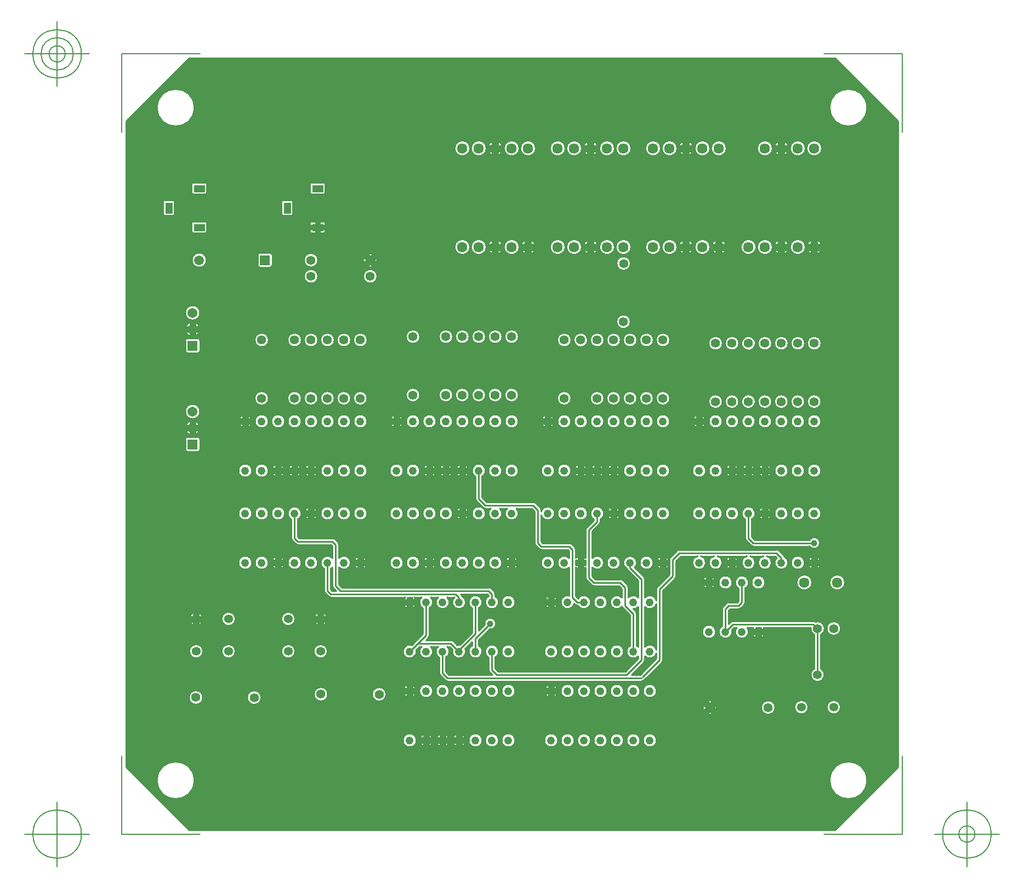
<source format=gbr>
G04 Generated by Ultiboard 14.3 *
%FSLAX34Y34*%
%MOMM*%

%ADD10C,0.0001*%
%ADD11C,0.2540*%
%ADD12C,0.0010*%
%ADD13C,0.1270*%
%ADD14C,1.2446*%
%ADD15C,1.3556*%
%ADD16C,1.0000*%
%ADD17C,1.4000*%
%ADD18C,1.6088*%
%ADD19C,1.5000*%
%ADD20R,1.5000X1.5000*%
%ADD21C,1.5366*%
%ADD22R,1.5366X1.5366*%


G04 ColorRGB 0000FF for the following layer *
%LNCopper Bottom*%
%LPD*%
G54D10*
G36*
X1196172Y101586D02*
X1196172Y101586D01*
X1098414Y3828D01*
X101586Y3828D01*
X3828Y101586D01*
X3828Y1098414D01*
X101586Y1196172D01*
X101586Y1196172D01*
X1098414Y1196172D01*
X1196172Y1098414D01*
X1196172Y101586D01*
D02*
G37*
%LPC*%
G36*
X958643Y351985D02*
G75*
D01*
G03X960145Y355600I-3603J3615*
G01*
X960145Y355600D01*
X960145Y376912D01*
G75*
D01*
G03X949935Y376912I-5105J9168*
G01*
X949935Y376912D01*
X949935Y357714D01*
X947846Y355625D01*
X934727Y355625D01*
G75*
D01*
G03X931111Y354129I-7J-5105*
G01*
X931111Y354129D01*
X926031Y349049D01*
G75*
D01*
G03X924535Y345431I3609J-3609*
G01*
X924535Y345431D01*
X924535Y319048D01*
G75*
D01*
G03X939732Y312753I5105J-9168*
G01*
X939732Y312753D01*
X943184Y316205D01*
X946668Y316205D01*
G75*
D01*
G03X963412Y316205I8372J-6325*
G01*
X963412Y316205D01*
X972068Y316205D01*
G74*
D01*
G03X970629Y313601I8372J6325*
G01*
X970629Y313601D01*
X976719Y313601D01*
X976719Y316205D01*
X984161Y316205D01*
X984161Y313601D01*
X990251Y313601D01*
G74*
D01*
G03X988812Y316205I9811J3721*
G01*
X988812Y316205D01*
X1061142Y316205D01*
G75*
D01*
G03X1066775Y305431I10738J-1245*
G01*
X1066775Y305431D01*
X1066775Y252716D01*
G75*
D01*
G03X1076985Y252716I5105J-9276*
G01*
X1076985Y252716D01*
X1076985Y305431D01*
G75*
D01*
G03X1068717Y325297I-5105J9529*
G01*
G74*
D01*
G03X1065530Y326415I3187J3987*
G01*
X1065530Y326415D01*
X941078Y326415D01*
G75*
D01*
G03X937461Y324919I-8J-5105*
G01*
X937461Y324919D01*
X934745Y322204D01*
X934745Y343326D01*
X936834Y345415D01*
X949960Y345415D01*
G74*
D01*
G03X953575Y346917I0J5105*
G01*
X953575Y346917D01*
X956172Y349513D01*
X956172Y349513D01*
X958643Y351985D01*
D02*
G37*
G36*
X482251Y412839D02*
X482251Y412839D01*
X476161Y412839D01*
X476161Y406749D01*
G74*
D01*
G03X482251Y412839I3721J9811*
G01*
D02*
G37*
G36*
X476172Y418975D02*
G75*
D01*
G03X476172Y418975I-3732J-2415*
G01*
D02*
G37*
G36*
X482251Y420281D02*
G74*
D01*
G03X476161Y426371I9811J3721*
G01*
X476161Y426371D01*
X476161Y420281D01*
X482251Y420281D01*
D02*
G37*
G36*
X716172Y270160D02*
G75*
D01*
G03X716172Y270160I-4972J9240*
G01*
D02*
G37*
G36*
X702032Y350495D02*
G75*
D01*
G03X702457Y361402I9168J5105*
G01*
X702457Y361402D01*
X698525Y365334D01*
X698525Y409320D01*
G74*
D01*
G03X702399Y406749I7595J7240*
G01*
X702399Y406749D01*
X702399Y412839D01*
X698525Y412839D01*
X698525Y420281D01*
X702399Y420281D01*
X702399Y426371D01*
G74*
D01*
G03X698525Y423800I3721J9811*
G01*
X698525Y423800D01*
X698525Y436880D01*
G74*
D01*
G03X697023Y440495I5105J0*
G01*
X697023Y440495D01*
X691955Y445563D01*
G74*
D01*
G03X688340Y447065I3615J3603*
G01*
X688340Y447065D01*
X647274Y447065D01*
X645185Y449154D01*
X645185Y490044D01*
G75*
D01*
G03X645185Y495476I10135J2716*
G01*
X645185Y495476D01*
X645185Y497840D01*
G74*
D01*
G03X643683Y501455I5105J0*
G01*
X643683Y501455D01*
X636075Y509063D01*
G74*
D01*
G03X632460Y510565I3615J3603*
G01*
X632460Y510565D01*
X560914Y510565D01*
X553745Y517734D01*
X553745Y549632D01*
G75*
D01*
G03X543535Y549632I-5105J9168*
G01*
X543535Y549632D01*
X543535Y515628D01*
G75*
D01*
G03X545031Y512011I5105J-8*
G01*
X545031Y512011D01*
X555191Y501851D01*
G75*
D01*
G03X558806Y500355I3609J3609*
G01*
X558806Y500355D01*
X566800Y500355D01*
G75*
D01*
G03X581280Y500355I7240J-7595*
G01*
X581280Y500355D01*
X592200Y500355D01*
G75*
D01*
G03X606680Y500355I7240J-7595*
G01*
X606680Y500355D01*
X630346Y500355D01*
X634975Y495726D01*
X634975Y447049D01*
G75*
D01*
G03X636471Y443431I5105J-9*
G01*
X636471Y443431D01*
X641551Y438351D01*
G75*
D01*
G03X645167Y436855I3609J3609*
G01*
X645167Y436855D01*
X686226Y436855D01*
X688315Y434766D01*
X688315Y423800D01*
G75*
D01*
G03X688315Y409320I-7595J-7240*
G01*
X688315Y409320D01*
X688315Y365787D01*
G75*
D01*
G03X696053Y353368I-2515J-10187*
G01*
X696053Y353368D01*
X697431Y351991D01*
G75*
D01*
G03X701047Y350495I3609J3609*
G01*
X701047Y350495D01*
X702032Y350495D01*
D02*
G37*
G36*
X485520Y363195D02*
G75*
D01*
G03X500000Y363195I7240J-7595*
G01*
X500000Y363195D01*
X510920Y363195D01*
G75*
D01*
G03X522971Y364925I7240J-7595*
G01*
G74*
D01*
G03X521763Y366835I4811J1705*
G01*
X521763Y366835D01*
X520324Y368275D01*
X561766Y368275D01*
X563855Y366186D01*
X563855Y364768D01*
G75*
D01*
G03X574065Y364768I5105J-9168*
G01*
X574065Y364768D01*
X574065Y368300D01*
G74*
D01*
G03X572563Y371915I5105J0*
G01*
X572563Y371915D01*
X567495Y376983D01*
G74*
D01*
G03X565558Y378201I3615J3603*
G01*
G75*
D01*
G03X563873Y378485I-1678J-4821*
G01*
X563873Y378485D01*
X337394Y378485D01*
X332765Y383114D01*
X332765Y409320D01*
G75*
D01*
G03X332765Y423800I7595J7240*
G01*
X332765Y423800D01*
X332765Y444500D01*
G74*
D01*
G03X331263Y448115I5105J0*
G01*
X331263Y448115D01*
X326195Y453183D01*
G74*
D01*
G03X322580Y454685I3615J3603*
G01*
X322580Y454685D01*
X271354Y454685D01*
X269265Y456774D01*
X269265Y483592D01*
G75*
D01*
G03X259055Y483592I-5105J9168*
G01*
X259055Y483592D01*
X259055Y454669D01*
G75*
D01*
G03X260551Y451051I5105J-9*
G01*
X260551Y451051D01*
X265631Y445971D01*
G75*
D01*
G03X269247Y444475I3609J3609*
G01*
X269247Y444475D01*
X320466Y444475D01*
X322555Y442386D01*
X322555Y423800D01*
G75*
D01*
G03X309855Y407392I-7595J-7240*
G01*
X309855Y407392D01*
X309855Y373389D01*
G75*
D01*
G03X311351Y369771I5105J-9*
G01*
X311351Y369771D01*
X316431Y364691D01*
G75*
D01*
G03X320047Y363195I3609J3609*
G01*
X320047Y363195D01*
X434720Y363195D01*
G74*
D01*
G03X432149Y359321I7240J7595*
G01*
X432149Y359321D01*
X438239Y359321D01*
X438239Y363195D01*
X445681Y363195D01*
X445681Y359321D01*
X451771Y359321D01*
G74*
D01*
G03X449200Y363195I9811J3721*
G01*
X449200Y363195D01*
X460120Y363195D01*
G75*
D01*
G03X462255Y346432I7240J-7595*
G01*
X462255Y346432D01*
X462255Y306914D01*
X444833Y289492D01*
G75*
D01*
G03X452052Y282273I-2873J-10092*
G01*
X452052Y282273D01*
X456774Y286995D01*
X460120Y286995D01*
G75*
D01*
G03X474600Y286995I7240J-7595*
G01*
X474600Y286995D01*
X485520Y286995D01*
G75*
D01*
G03X487655Y270232I7240J-7595*
G01*
X487655Y270232D01*
X487655Y246392D01*
G75*
D01*
G03X489151Y242771I5105J-12*
G01*
X489151Y242771D01*
X495749Y236172D01*
X496771Y235151D01*
G74*
D01*
G03X499349Y233761I3609J3609*
G01*
G75*
D01*
G03X500380Y233655I1031J4999*
G01*
X500380Y233655D01*
X800100Y233655D01*
G74*
D01*
G03X804288Y235842I0J5105*
G01*
G74*
D01*
G03X804979Y236421I2918J4188*
G01*
X804979Y236421D01*
X831643Y263085D01*
G75*
D01*
G03X833145Y266700I-3603J3615*
G01*
X833145Y266700D01*
X833145Y373806D01*
X851963Y392625D01*
G75*
D01*
G03X853465Y396240I-3603J3615*
G01*
X853465Y396240D01*
X853465Y419526D01*
X860634Y426695D01*
X886284Y426695D01*
G75*
D01*
G03X891716Y426695I2716J-10135*
G01*
X891716Y426695D01*
X911684Y426695D01*
G75*
D01*
G03X917116Y426695I2716J-10135*
G01*
X917116Y426695D01*
X962484Y426695D01*
G75*
D01*
G03X967916Y426695I2716J-10135*
G01*
X967916Y426695D01*
X987884Y426695D01*
G75*
D01*
G03X993316Y426695I2716J-10135*
G01*
X993316Y426695D01*
X1006266Y426695D01*
X1008784Y424177D01*
G75*
D01*
G03X1020811Y425885I7216J-7617*
G01*
G74*
D01*
G03X1019603Y427795I4811J1705*
G01*
X1019603Y427795D01*
X1011995Y435403D01*
G74*
D01*
G03X1009887Y436677I3615J3603*
G01*
G75*
D01*
G03X1008373Y436905I-1507J-4877*
G01*
X1008373Y436905D01*
X858520Y436905D01*
G75*
D01*
G03X857248Y436744I0J-5105*
G01*
G74*
D01*
G03X854911Y435409I1272J4944*
G01*
X854911Y435409D01*
X844751Y425249D01*
G75*
D01*
G03X843255Y421628I3609J-3609*
G01*
X843255Y421628D01*
X843255Y398354D01*
X824431Y379529D01*
G75*
D01*
G03X822935Y375910I3609J-3609*
G01*
X822935Y375910D01*
X822935Y358316D01*
G75*
D01*
G03X805205Y362840I-10135J-2716*
G01*
X805205Y362840D01*
X805205Y391160D01*
G74*
D01*
G03X803703Y394775I5105J0*
G01*
X803703Y394775D01*
X789536Y408943D01*
G75*
D01*
G03X777509Y407235I-7216J7617*
G01*
G74*
D01*
G03X778711Y405331I4811J1705*
G01*
X778711Y405331D01*
X794995Y389046D01*
X794995Y362840D01*
G75*
D01*
G03X779805Y362840I-7595J-7240*
G01*
X779805Y362840D01*
X779805Y378460D01*
G74*
D01*
G03X778303Y382075I5105J0*
G01*
X778303Y382075D01*
X770695Y389683D01*
G74*
D01*
G03X768587Y390957I3615J3603*
G01*
G75*
D01*
G03X767073Y391185I-1507J-4877*
G01*
X767073Y391185D01*
X728554Y391185D01*
X723925Y395814D01*
X723925Y409320D01*
G75*
D01*
G03X723925Y423800I7595J7240*
G01*
X723925Y423800D01*
X723925Y465246D01*
X734851Y476172D01*
X735123Y476445D01*
G75*
D01*
G03X736625Y480060I-3603J3615*
G01*
X736625Y480060D01*
X736625Y483592D01*
G75*
D01*
G03X726415Y483592I-5105J9168*
G01*
X726415Y483592D01*
X726415Y482174D01*
X720413Y476172D01*
X716172Y471931D01*
X715211Y470969D01*
G75*
D01*
G03X713715Y467352I3609J-3609*
G01*
X713715Y467352D01*
X713715Y423800D01*
G74*
D01*
G03X709841Y426371I7595J7240*
G01*
X709841Y426371D01*
X709841Y420281D01*
X713715Y420281D01*
X713715Y412839D01*
X709841Y412839D01*
X709841Y406749D01*
G74*
D01*
G03X713715Y409320I3721J9811*
G01*
X713715Y409320D01*
X713715Y393712D01*
G75*
D01*
G03X715211Y390091I5105J-12*
G01*
X715211Y390091D01*
X722831Y382471D01*
G74*
D01*
G03X725409Y381081I3609J3609*
G01*
G75*
D01*
G03X726440Y380975I1031J4999*
G01*
X726440Y380975D01*
X764966Y380975D01*
X769595Y376346D01*
X769595Y362840D01*
G75*
D01*
G03X769923Y348721I-7595J-7240*
G01*
G74*
D01*
G03X771091Y346911I4777J1799*
G01*
X771091Y346911D01*
X782295Y335706D01*
X782295Y288568D01*
G75*
D01*
G03X794995Y272160I5105J-9168*
G01*
X794995Y272160D01*
X794995Y268814D01*
X775126Y248945D01*
X578694Y248945D01*
X574065Y253574D01*
X574065Y270232D01*
G75*
D01*
G03X563855Y270232I-5105J9168*
G01*
X563855Y270232D01*
X563855Y251472D01*
G75*
D01*
G03X565351Y247851I5105J-12*
G01*
X565351Y247851D01*
X569336Y243865D01*
X502494Y243865D01*
X497865Y248494D01*
X497865Y270232D01*
G75*
D01*
G03X500000Y286995I-5105J9168*
G01*
X500000Y286995D01*
X503346Y286995D01*
X508068Y282273D01*
G75*
D01*
G03X527682Y283808I10092J-2873*
G01*
X527682Y283808D01*
X538455Y294581D01*
X538455Y288568D01*
G75*
D01*
G03X548665Y288568I5105J-9168*
G01*
X548665Y288568D01*
X548665Y297606D01*
X564952Y313893D01*
G75*
D01*
G03X557733Y321112I1468J8687*
G01*
X557733Y321112D01*
X548665Y312044D01*
X548665Y346432D01*
G75*
D01*
G03X538455Y346432I-5105J9168*
G01*
X538455Y346432D01*
X538455Y309019D01*
X519271Y289834D01*
G75*
D01*
G03X515287Y289492I-1111J-10434*
G01*
X515287Y289492D01*
X509075Y295703D01*
G74*
D01*
G03X505460Y297205I3615J3603*
G01*
X505460Y297205D01*
X466984Y297205D01*
X470963Y301185D01*
G75*
D01*
G03X472465Y304800I-3603J3615*
G01*
X472465Y304800D01*
X472465Y346432D01*
G75*
D01*
G03X474600Y363195I-5105J9168*
G01*
X474600Y363195D01*
X485520Y363195D01*
D02*
G37*
G36*
X61025Y955108D02*
G75*
D01*
G03X63228Y952905I2203J0*
G01*
X63228Y952905D01*
X76452Y952905D01*
G75*
D01*
G03X78655Y955108I0J2203*
G01*
X78655Y955108D01*
X78655Y974332D01*
G74*
D01*
G03X76452Y976535I2203J0*
G01*
X76452Y976535D01*
X63228Y976535D01*
G75*
D01*
G03X61025Y974332I0J-2203*
G01*
X61025Y974332D01*
X61025Y955108D01*
D02*
G37*
G36*
X716172Y227680D02*
G75*
D01*
G03X716172Y227680I-4972J-9240*
G01*
D02*
G37*
G36*
X716172Y151480D02*
G75*
D01*
G03X716172Y151480I-4972J-9240*
G01*
D02*
G37*
G36*
X236172Y771056D02*
G75*
D01*
G03X236172Y771056I2588J-10496*
G01*
D02*
G37*
G36*
X471081Y152051D02*
X471081Y152051D01*
X471081Y145961D01*
X477171Y145961D01*
G74*
D01*
G03X471081Y152051I9811J3721*
G01*
D02*
G37*
G36*
X471081Y132429D02*
G74*
D01*
G03X477171Y138519I3721J9811*
G01*
X477171Y138519D01*
X471081Y138519D01*
X471081Y132429D01*
D02*
G37*
G36*
X476172Y212743D02*
G75*
D01*
G03X476172Y212743I-8812J5697*
G01*
D02*
G37*
G36*
X236172Y412946D02*
G75*
D01*
G03X236172Y412946I2588J3614*
G01*
D02*
G37*
G36*
X236172Y624831D02*
G75*
D01*
G03X236172Y624831I2588J10169*
G01*
D02*
G37*
G36*
X236172Y555186D02*
G75*
D01*
G03X236172Y555186I2588J3614*
G01*
D02*
G37*
G36*
X236172Y482591D02*
G75*
D01*
G03X236172Y482591I2588J10169*
G01*
D02*
G37*
G36*
X236172Y660040D02*
G75*
D01*
G03X236172Y660040I2488J10520*
G01*
D02*
G37*
G36*
X956172Y1064322D02*
G75*
D01*
G03X956172Y1064322I9028J-7682*
G01*
D02*
G37*
G36*
X710276Y1060844D02*
X710276Y1060844D01*
X717156Y1060844D01*
X717156Y1067724D01*
G74*
D01*
G03X710276Y1060844I4204J11084*
G01*
D02*
G37*
G36*
X710276Y1052436D02*
G74*
D01*
G03X717156Y1045556I11084J4204*
G01*
X717156Y1045556D01*
X717156Y1052436D01*
X710276Y1052436D01*
D02*
G37*
G36*
X956172Y911922D02*
G75*
D01*
G03X956172Y911922I9028J-7682*
G01*
D02*
G37*
G36*
X956172Y761425D02*
G75*
D01*
G03X956172Y761425I9028J-5945*
G01*
D02*
G37*
G36*
X955389Y555079D02*
G74*
D01*
G03X961479Y548989I9811J3721*
G01*
X961479Y548989D01*
X961479Y555079D01*
X955389Y555079D01*
D02*
G37*
G36*
X955389Y562521D02*
X955389Y562521D01*
X961479Y562521D01*
X961479Y568611D01*
G74*
D01*
G03X955389Y562521I3721J9811*
G01*
D02*
G37*
G36*
X956172Y640347D02*
G75*
D01*
G03X956172Y640347I9028J-5347*
G01*
D02*
G37*
G36*
X956172Y671574D02*
G75*
D01*
G03X956172Y671574I8928J-6094*
G01*
D02*
G37*
G36*
X960095Y454669D02*
G75*
D01*
G03X961591Y451051I5105J-9*
G01*
X961591Y451051D01*
X969211Y443431D01*
G75*
D01*
G03X972827Y441935I3609J3609*
G01*
X972827Y441935D01*
X1059620Y441935D01*
G75*
D01*
G03X1059620Y452145I7180J5105*
G01*
X1059620Y452145D01*
X974934Y452145D01*
X970305Y456774D01*
X970305Y483592D01*
G75*
D01*
G03X960095Y483592I-5105J9168*
G01*
X960095Y483592D01*
X960095Y454669D01*
D02*
G37*
G36*
X243905Y955108D02*
G75*
D01*
G03X246108Y952905I2203J0*
G01*
X246108Y952905D01*
X259332Y952905D01*
G75*
D01*
G03X261535Y955108I0J2203*
G01*
X261535Y955108D01*
X261535Y974332D01*
G74*
D01*
G03X259332Y976535I2203J0*
G01*
X259332Y976535D01*
X246108Y976535D01*
G75*
D01*
G03X243905Y974332I0J-2203*
G01*
X243905Y974332D01*
X243905Y955108D01*
D02*
G37*
G36*
X710276Y900036D02*
G74*
D01*
G03X717156Y893156I11084J4204*
G01*
X717156Y893156D01*
X717156Y900036D01*
X710276Y900036D01*
D02*
G37*
G36*
X710276Y908444D02*
X710276Y908444D01*
X717156Y908444D01*
X717156Y915324D01*
G74*
D01*
G03X710276Y908444I4204J11084*
G01*
D02*
G37*
G36*
X716172Y764538D02*
G75*
D01*
G03X716172Y764538I-10052J-3978*
G01*
D02*
G37*
G36*
X476172Y775786D02*
G75*
D01*
G03X476172Y775786I-3732J-10146*
G01*
D02*
G37*
G36*
X716172Y638011D02*
G75*
D01*
G03X716172Y638011I-10052J-3011*
G01*
D02*
G37*
G36*
X716172Y674275D02*
G75*
D01*
G03X716172Y674275I-10152J-3715*
G01*
D02*
G37*
G36*
X716172Y495771D02*
G75*
D01*
G03X716172Y495771I-10052J-3011*
G01*
D02*
G37*
G36*
X476172Y625193D02*
G75*
D01*
G03X476172Y625193I-3732J9807*
G01*
D02*
G37*
G36*
X476161Y568611D02*
X476161Y568611D01*
X476161Y562521D01*
X482251Y562521D01*
G74*
D01*
G03X476161Y568611I9811J3721*
G01*
D02*
G37*
G36*
X476172Y556385D02*
G75*
D01*
G03X476172Y556385I-3732J2415*
G01*
D02*
G37*
G36*
X476161Y548989D02*
G74*
D01*
G03X482251Y555079I3721J9811*
G01*
X482251Y555079D01*
X476161Y555079D01*
X476161Y548989D01*
D02*
G37*
G36*
X476172Y482953D02*
G75*
D01*
G03X476172Y482953I-3732J9807*
G01*
D02*
G37*
G36*
X476172Y665532D02*
G75*
D01*
G03X476172Y665532I-3832J10108*
G01*
D02*
G37*
G36*
X701675Y416560D02*
G75*
D01*
G03X701675Y416560I4445J0*
G01*
D02*
G37*
G36*
X975995Y309880D02*
G75*
D01*
G03X975995Y309880I4445J0*
G01*
D02*
G37*
G36*
X976719Y300069D02*
X976719Y300069D01*
X976719Y306159D01*
X970629Y306159D01*
G74*
D01*
G03X976719Y300069I9811J3721*
G01*
D02*
G37*
G36*
X990251Y306159D02*
X990251Y306159D01*
X984161Y306159D01*
X984161Y300069D01*
G74*
D01*
G03X990251Y306159I3721J9811*
G01*
D02*
G37*
G36*
X751507Y279400D02*
G75*
D01*
G03X751507Y279400I10493J0*
G01*
D02*
G37*
G36*
X726107Y355600D02*
G75*
D01*
G03X726107Y355600I10493J0*
G01*
D02*
G37*
G36*
X726107Y279400D02*
G75*
D01*
G03X726107Y279400I10493J0*
G01*
D02*
G37*
G36*
X362039Y406749D02*
X362039Y406749D01*
X362039Y412839D01*
X355949Y412839D01*
G74*
D01*
G03X362039Y406749I9811J3721*
G01*
D02*
G37*
G36*
X361315Y416560D02*
G75*
D01*
G03X361315Y416560I4445J0*
G01*
D02*
G37*
G36*
X375571Y412839D02*
X375571Y412839D01*
X369481Y412839D01*
X369481Y406749D01*
G74*
D01*
G03X375571Y412839I3721J9811*
G01*
D02*
G37*
G36*
X411147Y416560D02*
G75*
D01*
G03X411147Y416560I10493J0*
G01*
D02*
G37*
G36*
X436547Y416560D02*
G75*
D01*
G03X436547Y416560I10493J0*
G01*
D02*
G37*
G36*
X468719Y406749D02*
X468719Y406749D01*
X468719Y412839D01*
X462629Y412839D01*
G74*
D01*
G03X468719Y406749I9811J3721*
G01*
D02*
G37*
G36*
X355949Y420281D02*
X355949Y420281D01*
X362039Y420281D01*
X362039Y426371D01*
G74*
D01*
G03X355949Y420281I3721J9811*
G01*
D02*
G37*
G36*
X369481Y426371D02*
X369481Y426371D01*
X369481Y420281D01*
X375571Y420281D01*
G74*
D01*
G03X369481Y426371I9811J3721*
G01*
D02*
G37*
G36*
X462629Y420281D02*
X462629Y420281D01*
X468719Y420281D01*
X468719Y426371D01*
G74*
D01*
G03X462629Y420281I3721J9811*
G01*
D02*
G37*
G36*
X797227Y416560D02*
G75*
D01*
G03X797227Y416560I10493J0*
G01*
D02*
G37*
G36*
X836841Y426371D02*
X836841Y426371D01*
X836841Y420281D01*
X842931Y420281D01*
G74*
D01*
G03X836841Y426371I9811J3721*
G01*
D02*
G37*
G36*
X829399Y406749D02*
X829399Y406749D01*
X829399Y412839D01*
X823309Y412839D01*
G74*
D01*
G03X829399Y406749I9811J3721*
G01*
D02*
G37*
G36*
X842931Y412839D02*
X842931Y412839D01*
X836841Y412839D01*
X836841Y406749D01*
G74*
D01*
G03X842931Y412839I3721J9811*
G01*
D02*
G37*
G36*
X828675Y416560D02*
G75*
D01*
G03X828675Y416560I4445J0*
G01*
D02*
G37*
G36*
X823309Y420281D02*
X823309Y420281D01*
X829399Y420281D01*
X829399Y426371D01*
G74*
D01*
G03X823309Y420281I3721J9811*
G01*
D02*
G37*
G36*
X746427Y416560D02*
G75*
D01*
G03X746427Y416560I10493J0*
G01*
D02*
G37*
G36*
X929989Y420281D02*
X929989Y420281D01*
X936079Y420281D01*
X936079Y426371D01*
G74*
D01*
G03X929989Y420281I3721J9811*
G01*
D02*
G37*
G36*
X949611Y412839D02*
X949611Y412839D01*
X943521Y412839D01*
X943521Y406749D01*
G74*
D01*
G03X949611Y412839I3721J9811*
G01*
D02*
G37*
G36*
X936079Y406749D02*
X936079Y406749D01*
X936079Y412839D01*
X929989Y412839D01*
G74*
D01*
G03X936079Y406749I9811J3721*
G01*
D02*
G37*
G36*
X935355Y416560D02*
G75*
D01*
G03X935355Y416560I4445J0*
G01*
D02*
G37*
G36*
X943521Y426371D02*
X943521Y426371D01*
X943521Y420281D01*
X949611Y420281D01*
G74*
D01*
G03X943521Y426371I9811J3721*
G01*
D02*
G37*
G36*
X914051Y382359D02*
X914051Y382359D01*
X907961Y382359D01*
X907961Y376269D01*
G74*
D01*
G03X914051Y382359I3721J9811*
G01*
D02*
G37*
G36*
X900519Y376269D02*
X900519Y376269D01*
X900519Y382359D01*
X894429Y382359D01*
G74*
D01*
G03X900519Y376269I9811J3721*
G01*
D02*
G37*
G36*
X894429Y389801D02*
X894429Y389801D01*
X900519Y389801D01*
X900519Y395891D01*
G74*
D01*
G03X894429Y389801I3721J9811*
G01*
D02*
G37*
G36*
X899795Y386080D02*
G75*
D01*
G03X899795Y386080I4445J0*
G01*
D02*
G37*
G36*
X907961Y395891D02*
X907961Y395891D01*
X907961Y389801D01*
X914051Y389801D01*
G74*
D01*
G03X907961Y395891I9811J3721*
G01*
D02*
G37*
G36*
X919147Y386080D02*
G75*
D01*
G03X919147Y386080I10493J0*
G01*
D02*
G37*
G36*
X893747Y309880D02*
G75*
D01*
G03X893747Y309880I10493J0*
G01*
D02*
G37*
G36*
X190950Y208280D02*
G75*
D01*
G03X190950Y208280I10810J0*
G01*
D02*
G37*
G36*
X51690Y80500D02*
G75*
D01*
G03X51690Y80500I28810J0*
G01*
D02*
G37*
G36*
X100950Y208380D02*
G75*
D01*
G03X100950Y208380I10810J0*
G01*
D02*
G37*
G36*
X589629Y420281D02*
X589629Y420281D01*
X595719Y420281D01*
X595719Y426371D01*
G74*
D01*
G03X589629Y420281I3721J9811*
G01*
D02*
G37*
G36*
X609251Y412839D02*
X609251Y412839D01*
X603161Y412839D01*
X603161Y406749D01*
G74*
D01*
G03X609251Y412839I3721J9811*
G01*
D02*
G37*
G36*
X595719Y406749D02*
X595719Y406749D01*
X595719Y412839D01*
X589629Y412839D01*
G74*
D01*
G03X595719Y406749I9811J3721*
G01*
D02*
G37*
G36*
X594995Y416560D02*
G75*
D01*
G03X594995Y416560I4445J0*
G01*
D02*
G37*
G36*
X603161Y426371D02*
X603161Y426371D01*
X603161Y420281D01*
X609251Y420281D01*
G74*
D01*
G03X603161Y426371I9811J3721*
G01*
D02*
G37*
G36*
X644827Y416560D02*
G75*
D01*
G03X644827Y416560I10493J0*
G01*
D02*
G37*
G36*
X563547Y416560D02*
G75*
D01*
G03X563547Y416560I10493J0*
G01*
D02*
G37*
G36*
X538147Y416560D02*
G75*
D01*
G03X538147Y416560I10493J0*
G01*
D02*
G37*
G36*
X512747Y416560D02*
G75*
D01*
G03X512747Y416560I10493J0*
G01*
D02*
G37*
G36*
X487347Y416560D02*
G75*
D01*
G03X487347Y416560I10493J0*
G01*
D02*
G37*
G36*
X664121Y365411D02*
X664121Y365411D01*
X664121Y359321D01*
X670211Y359321D01*
G74*
D01*
G03X664121Y365411I9811J3721*
G01*
D02*
G37*
G36*
X656679Y345789D02*
X656679Y345789D01*
X656679Y351879D01*
X650589Y351879D01*
G74*
D01*
G03X656679Y345789I9811J3721*
G01*
D02*
G37*
G36*
X650589Y359321D02*
X650589Y359321D01*
X656679Y359321D01*
X656679Y365411D01*
G74*
D01*
G03X650589Y359321I3721J9811*
G01*
D02*
G37*
G36*
X655955Y355600D02*
G75*
D01*
G03X655955Y355600I4445J0*
G01*
D02*
G37*
G36*
X670211Y351879D02*
X670211Y351879D01*
X664121Y351879D01*
X664121Y345789D01*
G74*
D01*
G03X670211Y351879I3721J9811*
G01*
D02*
G37*
G36*
X583867Y355600D02*
G75*
D01*
G03X583867Y355600I10493J0*
G01*
D02*
G37*
G36*
X675307Y279400D02*
G75*
D01*
G03X675307Y279400I10493J0*
G01*
D02*
G37*
G36*
X649907Y279400D02*
G75*
D01*
G03X649907Y279400I10493J0*
G01*
D02*
G37*
G36*
X583867Y279400D02*
G75*
D01*
G03X583867Y279400I10493J0*
G01*
D02*
G37*
G36*
X1090690Y80500D02*
G75*
D01*
G03X1090690Y80500I28810J0*
G01*
D02*
G37*
G36*
X984870Y192940D02*
G75*
D01*
G03X984870Y192940I10810J0*
G01*
D02*
G37*
G36*
X1036292Y193440D02*
G75*
D01*
G03X1036292Y193440I10588J0*
G01*
D02*
G37*
G36*
X1086292Y193440D02*
G75*
D01*
G03X1086292Y193440I10588J0*
G01*
D02*
G37*
G36*
X51690Y1119500D02*
G75*
D01*
G03X51690Y1119500I28810J0*
G01*
D02*
G37*
G36*
X105025Y1001332D02*
X105025Y1001332D01*
X105025Y988108D01*
G75*
D01*
G03X107228Y985905I2203J0*
G01*
X107228Y985905D01*
X126452Y985905D01*
G75*
D01*
G03X128655Y988108I0J2203*
G01*
X128655Y988108D01*
X128655Y1001332D01*
G74*
D01*
G03X126452Y1003535I2203J0*
G01*
X126452Y1003535D01*
X107228Y1003535D01*
G75*
D01*
G03X105025Y1001332I0J-2203*
G01*
D02*
G37*
G36*
X726107Y142240D02*
G75*
D01*
G03X726107Y142240I10493J0*
G01*
D02*
G37*
G36*
X751507Y142240D02*
G75*
D01*
G03X751507Y142240I10493J0*
G01*
D02*
G37*
G36*
X776907Y142240D02*
G75*
D01*
G03X776907Y142240I10493J0*
G01*
D02*
G37*
G36*
X802307Y142240D02*
G75*
D01*
G03X802307Y142240I10493J0*
G01*
D02*
G37*
G36*
X895822Y197477D02*
G75*
D01*
G03X895822Y188603I9858J-4437*
G01*
X895822Y188603D01*
X900259Y193040D01*
X895822Y197477D01*
D02*
G37*
G36*
X901243Y202898D02*
X901243Y202898D01*
X905680Y198461D01*
X910117Y202898D01*
G75*
D01*
G03X901243Y202898I-4437J-9858*
G01*
D02*
G37*
G36*
X915538Y197477D02*
X915538Y197477D01*
X911101Y193040D01*
X915538Y188603D01*
G75*
D01*
G03X915538Y197477I-9858J4437*
G01*
D02*
G37*
G36*
X910117Y183182D02*
X910117Y183182D01*
X905680Y187619D01*
X901243Y183182D01*
G75*
D01*
G03X910117Y183182I4437J9858*
G01*
D02*
G37*
G36*
X901680Y193040D02*
G75*
D01*
G03X901680Y193040I4000J0*
G01*
D02*
G37*
G36*
X726107Y218440D02*
G75*
D01*
G03X726107Y218440I10493J0*
G01*
D02*
G37*
G36*
X751507Y218440D02*
G75*
D01*
G03X751507Y218440I10493J0*
G01*
D02*
G37*
G36*
X776907Y218440D02*
G75*
D01*
G03X776907Y218440I10493J0*
G01*
D02*
G37*
G36*
X802307Y218440D02*
G75*
D01*
G03X802307Y218440I10493J0*
G01*
D02*
G37*
G36*
X98997Y740329D02*
X98997Y740329D01*
X114363Y740329D01*
G75*
D01*
G03X118191Y744157I0J3828*
G01*
X118191Y744157D01*
X118191Y759523D01*
G74*
D01*
G03X114363Y763351I3828J0*
G01*
X114363Y763351D01*
X98997Y763351D01*
G75*
D01*
G03X95169Y759523I0J-3828*
G01*
X95169Y759523D01*
X95169Y744157D01*
G75*
D01*
G03X98997Y740329I3828J0*
G01*
D02*
G37*
G36*
X202550Y760560D02*
G75*
D01*
G03X202550Y760560I10810J0*
G01*
D02*
G37*
G36*
X110953Y781316D02*
X110953Y781316D01*
X117426Y781316D01*
G74*
D01*
G03X110756Y787986I10746J4076*
G01*
X110756Y787986D01*
X110756Y781513D01*
G75*
D01*
G03X102604Y781513I-4076J-4273*
G01*
X102604Y781513D01*
X102604Y787986D01*
G74*
D01*
G03X95934Y781316I4076J10746*
G01*
X95934Y781316D01*
X102407Y781316D01*
G75*
D01*
G03X102407Y773164I4273J-4076*
G01*
X102407Y773164D01*
X95934Y773164D01*
G74*
D01*
G03X102604Y766494I10746J4076*
G01*
X102604Y766494D01*
X102604Y772967D01*
G75*
D01*
G03X110756Y772967I4076J4273*
G01*
X110756Y772967D01*
X110756Y766494D01*
G74*
D01*
G03X117426Y773164I4076J10746*
G01*
X117426Y773164D01*
X110953Y773164D01*
G75*
D01*
G03X110953Y781316I-4273J4076*
G01*
D02*
G37*
G36*
X95187Y802640D02*
G75*
D01*
G03X95187Y802640I11493J0*
G01*
D02*
G37*
G36*
X105530Y883920D02*
G75*
D01*
G03X105530Y883920I11310J0*
G01*
D02*
G37*
G36*
X229768Y876420D02*
X229768Y876420D01*
X229768Y891420D01*
G74*
D01*
G03X225940Y895248I3828J0*
G01*
X225940Y895248D01*
X210940Y895248D01*
G75*
D01*
G03X207112Y891420I0J-3828*
G01*
X207112Y891420D01*
X207112Y876420D01*
G75*
D01*
G03X210940Y872592I3828J0*
G01*
X210940Y872592D01*
X225940Y872592D01*
G75*
D01*
G03X229768Y876420I0J3828*
G01*
D02*
G37*
G36*
X105025Y941332D02*
X105025Y941332D01*
X105025Y928108D01*
G75*
D01*
G03X107228Y925905I2203J0*
G01*
X107228Y925905D01*
X126452Y925905D01*
G75*
D01*
G03X128655Y928108I0J2203*
G01*
X128655Y928108D01*
X128655Y941332D01*
G74*
D01*
G03X126452Y943535I2203J0*
G01*
X126452Y943535D01*
X107228Y943535D01*
G75*
D01*
G03X105025Y941332I0J-2203*
G01*
D02*
G37*
G36*
X664121Y228251D02*
X664121Y228251D01*
X664121Y222161D01*
X670211Y222161D01*
G74*
D01*
G03X664121Y228251I9811J3721*
G01*
D02*
G37*
G36*
X502571Y138519D02*
X502571Y138519D01*
X496481Y138519D01*
X496481Y132429D01*
G74*
D01*
G03X502571Y138519I3721J9811*
G01*
D02*
G37*
G36*
X488315Y142240D02*
G75*
D01*
G03X488315Y142240I4445J0*
G01*
D02*
G37*
G36*
X489039Y132429D02*
X489039Y132429D01*
X489039Y138519D01*
X482949Y138519D01*
G74*
D01*
G03X489039Y132429I9811J3721*
G01*
D02*
G37*
G36*
X513715Y142240D02*
G75*
D01*
G03X513715Y142240I4445J0*
G01*
D02*
G37*
G36*
X514439Y132429D02*
X514439Y132429D01*
X514439Y138519D01*
X508349Y138519D01*
G74*
D01*
G03X514439Y132429I9811J3721*
G01*
D02*
G37*
G36*
X533067Y142240D02*
G75*
D01*
G03X533067Y142240I10493J0*
G01*
D02*
G37*
G36*
X527971Y138519D02*
X527971Y138519D01*
X521881Y138519D01*
X521881Y132429D01*
G74*
D01*
G03X527971Y138519I3721J9811*
G01*
D02*
G37*
G36*
X558467Y142240D02*
G75*
D01*
G03X558467Y142240I10493J0*
G01*
D02*
G37*
G36*
X583867Y142240D02*
G75*
D01*
G03X583867Y142240I10493J0*
G01*
D02*
G37*
G36*
X649907Y142240D02*
G75*
D01*
G03X649907Y142240I10493J0*
G01*
D02*
G37*
G36*
X675307Y142240D02*
G75*
D01*
G03X675307Y142240I10493J0*
G01*
D02*
G37*
G36*
X496481Y152051D02*
X496481Y152051D01*
X496481Y145961D01*
X502571Y145961D01*
G74*
D01*
G03X496481Y152051I9811J3721*
G01*
D02*
G37*
G36*
X482949Y145961D02*
X482949Y145961D01*
X489039Y145961D01*
X489039Y152051D01*
G74*
D01*
G03X482949Y145961I3721J9811*
G01*
D02*
G37*
G36*
X508349Y145961D02*
X508349Y145961D01*
X514439Y145961D01*
X514439Y152051D01*
G74*
D01*
G03X508349Y145961I3721J9811*
G01*
D02*
G37*
G36*
X521881Y152051D02*
X521881Y152051D01*
X521881Y145961D01*
X527971Y145961D01*
G74*
D01*
G03X521881Y152051I9811J3721*
G01*
D02*
G37*
G36*
X482267Y218440D02*
G75*
D01*
G03X482267Y218440I10493J0*
G01*
D02*
G37*
G36*
X507667Y218440D02*
G75*
D01*
G03X507667Y218440I10493J0*
G01*
D02*
G37*
G36*
X533067Y218440D02*
G75*
D01*
G03X533067Y218440I10493J0*
G01*
D02*
G37*
G36*
X558467Y218440D02*
G75*
D01*
G03X558467Y218440I10493J0*
G01*
D02*
G37*
G36*
X583867Y218440D02*
G75*
D01*
G03X583867Y218440I10493J0*
G01*
D02*
G37*
G36*
X655955Y218440D02*
G75*
D01*
G03X655955Y218440I4445J0*
G01*
D02*
G37*
G36*
X656679Y208629D02*
X656679Y208629D01*
X656679Y214719D01*
X650589Y214719D01*
G74*
D01*
G03X656679Y208629I9811J3721*
G01*
D02*
G37*
G36*
X675307Y218440D02*
G75*
D01*
G03X675307Y218440I10493J0*
G01*
D02*
G37*
G36*
X670211Y214719D02*
X670211Y214719D01*
X664121Y214719D01*
X664121Y208629D01*
G74*
D01*
G03X670211Y214719I3721J9811*
G01*
D02*
G37*
G36*
X650589Y222161D02*
X650589Y222161D01*
X656679Y222161D01*
X656679Y228251D01*
G74*
D01*
G03X650589Y222161I3721J9811*
G01*
D02*
G37*
G36*
X445681Y228251D02*
X445681Y228251D01*
X445681Y222161D01*
X451771Y222161D01*
G74*
D01*
G03X445681Y228251I9811J3721*
G01*
D02*
G37*
G36*
X431467Y142240D02*
G75*
D01*
G03X431467Y142240I10493J0*
G01*
D02*
G37*
G36*
X463639Y132429D02*
X463639Y132429D01*
X463639Y138519D01*
X457549Y138519D01*
G74*
D01*
G03X463639Y132429I9811J3721*
G01*
D02*
G37*
G36*
X462915Y142240D02*
G75*
D01*
G03X462915Y142240I4445J0*
G01*
D02*
G37*
G36*
X457549Y145961D02*
X457549Y145961D01*
X463639Y145961D01*
X463639Y152051D01*
G74*
D01*
G03X457549Y145961I3721J9811*
G01*
D02*
G37*
G36*
X293990Y213460D02*
G75*
D01*
G03X293990Y213460I10810J0*
G01*
D02*
G37*
G36*
X383990Y213360D02*
G75*
D01*
G03X383990Y213360I10810J0*
G01*
D02*
G37*
G36*
X437515Y218440D02*
G75*
D01*
G03X437515Y218440I4445J0*
G01*
D02*
G37*
G36*
X438239Y208629D02*
X438239Y208629D01*
X438239Y214719D01*
X432149Y214719D01*
G74*
D01*
G03X438239Y208629I9811J3721*
G01*
D02*
G37*
G36*
X451771Y214719D02*
X451771Y214719D01*
X445681Y214719D01*
X445681Y208629D01*
G74*
D01*
G03X451771Y214719I3721J9811*
G01*
D02*
G37*
G36*
X432149Y222161D02*
X432149Y222161D01*
X438239Y222161D01*
X438239Y228251D01*
G74*
D01*
G03X432149Y222161I3721J9811*
G01*
D02*
G37*
G36*
X228949Y420281D02*
X228949Y420281D01*
X235039Y420281D01*
X235039Y426371D01*
G74*
D01*
G03X228949Y420281I3721J9811*
G01*
D02*
G37*
G36*
X101572Y279800D02*
G75*
D01*
G03X101572Y279800I10588J0*
G01*
D02*
G37*
G36*
X151572Y279800D02*
G75*
D01*
G03X151572Y279800I10588J0*
G01*
D02*
G37*
G36*
X122060Y326045D02*
X122060Y326045D01*
X115915Y326045D01*
X115915Y319900D01*
G74*
D01*
G03X122060Y326045I3755J9900*
G01*
D02*
G37*
G36*
X108405Y319900D02*
X108405Y319900D01*
X108405Y326045D01*
X102260Y326045D01*
G74*
D01*
G03X108405Y319900I9900J3755*
G01*
D02*
G37*
G36*
X151572Y329800D02*
G75*
D01*
G03X151572Y329800I10588J0*
G01*
D02*
G37*
G36*
X115915Y339700D02*
X115915Y339700D01*
X115915Y333555D01*
X122060Y333555D01*
G74*
D01*
G03X115915Y339700I9900J3755*
G01*
D02*
G37*
G36*
X102260Y333555D02*
X102260Y333555D01*
X108405Y333555D01*
X108405Y339700D01*
G74*
D01*
G03X102260Y333555I3755J9900*
G01*
D02*
G37*
G36*
X107160Y329800D02*
G75*
D01*
G03X107160Y329800I5000J0*
G01*
D02*
G37*
G36*
X177467Y416560D02*
G75*
D01*
G03X177467Y416560I10493J0*
G01*
D02*
G37*
G36*
X202867Y416560D02*
G75*
D01*
G03X202867Y416560I10493J0*
G01*
D02*
G37*
G36*
X235039Y406749D02*
X235039Y406749D01*
X235039Y412839D01*
X228949Y412839D01*
G74*
D01*
G03X235039Y406749I9811J3721*
G01*
D02*
G37*
G36*
X177467Y492760D02*
G75*
D01*
G03X177467Y492760I10493J0*
G01*
D02*
G37*
G36*
X202867Y492760D02*
G75*
D01*
G03X202867Y492760I10493J0*
G01*
D02*
G37*
G36*
X177467Y558800D02*
G75*
D01*
G03X177467Y558800I10493J0*
G01*
D02*
G37*
G36*
X202867Y558800D02*
G75*
D01*
G03X202867Y558800I10493J0*
G01*
D02*
G37*
G36*
X235039Y548989D02*
X235039Y548989D01*
X235039Y555079D01*
X228949Y555079D01*
G74*
D01*
G03X235039Y548989I9811J3721*
G01*
D02*
G37*
G36*
X228949Y562521D02*
X228949Y562521D01*
X235039Y562521D01*
X235039Y568611D01*
G74*
D01*
G03X228949Y562521I3721J9811*
G01*
D02*
G37*
G36*
X98997Y587929D02*
X98997Y587929D01*
X114363Y587929D01*
G75*
D01*
G03X118191Y591757I0J3828*
G01*
X118191Y591757D01*
X118191Y607123D01*
G74*
D01*
G03X114363Y610951I3828J0*
G01*
X114363Y610951D01*
X98997Y610951D01*
G75*
D01*
G03X95169Y607123I0J-3828*
G01*
X95169Y607123D01*
X95169Y591757D01*
G75*
D01*
G03X98997Y587929I3828J0*
G01*
D02*
G37*
G36*
X110953Y628916D02*
X110953Y628916D01*
X117426Y628916D01*
G74*
D01*
G03X110756Y635586I10746J4076*
G01*
X110756Y635586D01*
X110756Y629113D01*
G75*
D01*
G03X102604Y629113I-4076J-4273*
G01*
X102604Y629113D01*
X102604Y635586D01*
G74*
D01*
G03X95934Y628916I4076J10746*
G01*
X95934Y628916D01*
X102407Y628916D01*
G75*
D01*
G03X102407Y620764I4273J-4076*
G01*
X102407Y620764D01*
X95934Y620764D01*
G74*
D01*
G03X102604Y614094I10746J4076*
G01*
X102604Y614094D01*
X102604Y620567D01*
G75*
D01*
G03X110756Y620567I4076J4273*
G01*
X110756Y620567D01*
X110756Y614094D01*
G74*
D01*
G03X117426Y620764I4076J10746*
G01*
X117426Y620764D01*
X110953Y620764D01*
G75*
D01*
G03X110953Y628916I-4273J4076*
G01*
D02*
G37*
G36*
X95187Y650240D02*
G75*
D01*
G03X95187Y650240I11493J0*
G01*
D02*
G37*
G36*
X178149Y638721D02*
X178149Y638721D01*
X184239Y638721D01*
X184239Y644811D01*
G74*
D01*
G03X178149Y638721I3721J9811*
G01*
D02*
G37*
G36*
X184239Y625189D02*
X184239Y625189D01*
X184239Y631279D01*
X178149Y631279D01*
G74*
D01*
G03X184239Y625189I9811J3721*
G01*
D02*
G37*
G36*
X191681Y644811D02*
X191681Y644811D01*
X191681Y638721D01*
X197771Y638721D01*
G74*
D01*
G03X191681Y644811I9811J3721*
G01*
D02*
G37*
G36*
X197771Y631279D02*
X197771Y631279D01*
X191681Y631279D01*
X191681Y625189D01*
G74*
D01*
G03X197771Y631279I3721J9811*
G01*
D02*
G37*
G36*
X183515Y635000D02*
G75*
D01*
G03X183515Y635000I4445J0*
G01*
D02*
G37*
G36*
X202867Y635000D02*
G75*
D01*
G03X202867Y635000I10493J0*
G01*
D02*
G37*
G36*
X202450Y670560D02*
G75*
D01*
G03X202450Y670560I10810J0*
G01*
D02*
G37*
G36*
X1090690Y1119500D02*
G75*
D01*
G03X1090690Y1119500I28810J0*
G01*
D02*
G37*
G36*
X978746Y1056640D02*
G75*
D01*
G03X978746Y1056640I11854J0*
G01*
D02*
G37*
G36*
X1011555Y1056640D02*
G75*
D01*
G03X1011555Y1056640I4445J0*
G01*
D02*
G37*
G36*
X1011796Y1045556D02*
X1011796Y1045556D01*
X1011796Y1052436D01*
X1004916Y1052436D01*
G74*
D01*
G03X1011796Y1045556I11084J4204*
G01*
D02*
G37*
G36*
X1029546Y1056640D02*
G75*
D01*
G03X1029546Y1056640I11854J0*
G01*
D02*
G37*
G36*
X1027084Y1052436D02*
X1027084Y1052436D01*
X1020204Y1052436D01*
X1020204Y1045556D01*
G74*
D01*
G03X1027084Y1052436I4204J11084*
G01*
D02*
G37*
G36*
X1054946Y1056640D02*
G75*
D01*
G03X1054946Y1056640I11854J0*
G01*
D02*
G37*
G36*
X1004916Y1060844D02*
X1004916Y1060844D01*
X1011796Y1060844D01*
X1011796Y1067724D01*
G74*
D01*
G03X1004916Y1060844I4204J11084*
G01*
D02*
G37*
G36*
X1020204Y1067724D02*
X1020204Y1067724D01*
X1020204Y1060844D01*
X1027084Y1060844D01*
G74*
D01*
G03X1020204Y1067724I11084J4204*
G01*
D02*
G37*
G36*
X716915Y1056640D02*
G75*
D01*
G03X716915Y1056640I4445J0*
G01*
D02*
G37*
G36*
X734906Y1056640D02*
G75*
D01*
G03X734906Y1056640I11854J0*
G01*
D02*
G37*
G36*
X732444Y1052436D02*
X732444Y1052436D01*
X725564Y1052436D01*
X725564Y1045556D01*
G74*
D01*
G03X732444Y1052436I4204J11084*
G01*
D02*
G37*
G36*
X760306Y1056640D02*
G75*
D01*
G03X760306Y1056640I11854J0*
G01*
D02*
G37*
G36*
X806026Y1056640D02*
G75*
D01*
G03X806026Y1056640I11854J0*
G01*
D02*
G37*
G36*
X831426Y1056640D02*
G75*
D01*
G03X831426Y1056640I11854J0*
G01*
D02*
G37*
G36*
X864476Y1045556D02*
X864476Y1045556D01*
X864476Y1052436D01*
X857596Y1052436D01*
G74*
D01*
G03X864476Y1045556I11084J4204*
G01*
D02*
G37*
G36*
X864235Y1056640D02*
G75*
D01*
G03X864235Y1056640I4445J0*
G01*
D02*
G37*
G36*
X879764Y1052436D02*
X879764Y1052436D01*
X872884Y1052436D01*
X872884Y1045556D01*
G74*
D01*
G03X879764Y1052436I4204J11084*
G01*
D02*
G37*
G36*
X882226Y1056640D02*
G75*
D01*
G03X882226Y1056640I11854J0*
G01*
D02*
G37*
G36*
X907626Y1056640D02*
G75*
D01*
G03X907626Y1056640I11854J0*
G01*
D02*
G37*
G36*
X725564Y1067724D02*
X725564Y1067724D01*
X725564Y1060844D01*
X732444Y1060844D01*
G74*
D01*
G03X725564Y1067724I11084J4204*
G01*
D02*
G37*
G36*
X857596Y1060844D02*
X857596Y1060844D01*
X864476Y1060844D01*
X864476Y1067724D01*
G74*
D01*
G03X857596Y1060844I4204J11084*
G01*
D02*
G37*
G36*
X872884Y1067724D02*
X872884Y1067724D01*
X872884Y1060844D01*
X879764Y1060844D01*
G74*
D01*
G03X872884Y1067724I11084J4204*
G01*
D02*
G37*
G36*
X1071004Y915324D02*
X1071004Y915324D01*
X1071004Y908444D01*
X1077884Y908444D01*
G74*
D01*
G03X1071004Y915324I11084J4204*
G01*
D02*
G37*
G36*
X979790Y755480D02*
G75*
D01*
G03X979790Y755480I10810J0*
G01*
D02*
G37*
G36*
X1005190Y755480D02*
G75*
D01*
G03X1005190Y755480I10810J0*
G01*
D02*
G37*
G36*
X1030590Y755480D02*
G75*
D01*
G03X1030590Y755480I10810J0*
G01*
D02*
G37*
G36*
X1055990Y755480D02*
G75*
D01*
G03X1055990Y755480I10810J0*
G01*
D02*
G37*
G36*
X978746Y904240D02*
G75*
D01*
G03X978746Y904240I11854J0*
G01*
D02*
G37*
G36*
X1011796Y893156D02*
X1011796Y893156D01*
X1011796Y900036D01*
X1004916Y900036D01*
G74*
D01*
G03X1011796Y893156I11084J4204*
G01*
D02*
G37*
G36*
X1011555Y904240D02*
G75*
D01*
G03X1011555Y904240I4445J0*
G01*
D02*
G37*
G36*
X1027084Y900036D02*
X1027084Y900036D01*
X1020204Y900036D01*
X1020204Y893156D01*
G74*
D01*
G03X1027084Y900036I4204J11084*
G01*
D02*
G37*
G36*
X1029546Y904240D02*
G75*
D01*
G03X1029546Y904240I11854J0*
G01*
D02*
G37*
G36*
X1062596Y893156D02*
X1062596Y893156D01*
X1062596Y900036D01*
X1055716Y900036D01*
G74*
D01*
G03X1062596Y893156I11084J4204*
G01*
D02*
G37*
G36*
X1077884Y900036D02*
X1077884Y900036D01*
X1071004Y900036D01*
X1071004Y893156D01*
G74*
D01*
G03X1077884Y900036I4204J11084*
G01*
D02*
G37*
G36*
X1062355Y904240D02*
G75*
D01*
G03X1062355Y904240I4445J0*
G01*
D02*
G37*
G36*
X1004916Y908444D02*
X1004916Y908444D01*
X1011796Y908444D01*
X1011796Y915324D01*
G74*
D01*
G03X1004916Y908444I4204J11084*
G01*
D02*
G37*
G36*
X1020204Y915324D02*
X1020204Y915324D01*
X1020204Y908444D01*
X1027084Y908444D01*
G74*
D01*
G03X1020204Y915324I11084J4204*
G01*
D02*
G37*
G36*
X1055716Y908444D02*
X1055716Y908444D01*
X1062596Y908444D01*
X1062596Y915324D01*
G74*
D01*
G03X1055716Y908444I4204J11084*
G01*
D02*
G37*
G36*
X1055890Y665480D02*
G75*
D01*
G03X1055890Y665480I10810J0*
G01*
D02*
G37*
G36*
X980789Y496481D02*
X980789Y496481D01*
X986879Y496481D01*
X986879Y502571D01*
G74*
D01*
G03X980789Y496481I3721J9811*
G01*
D02*
G37*
G36*
X994321Y502571D02*
X994321Y502571D01*
X994321Y496481D01*
X1000411Y496481D01*
G74*
D01*
G03X994321Y502571I9811J3721*
G01*
D02*
G37*
G36*
X1000411Y489039D02*
X1000411Y489039D01*
X994321Y489039D01*
X994321Y482949D01*
G74*
D01*
G03X1000411Y489039I3721J9811*
G01*
D02*
G37*
G36*
X986879Y482949D02*
X986879Y482949D01*
X986879Y489039D01*
X980789Y489039D01*
G74*
D01*
G03X986879Y482949I9811J3721*
G01*
D02*
G37*
G36*
X986155Y492760D02*
G75*
D01*
G03X986155Y492760I4445J0*
G01*
D02*
G37*
G36*
X1005507Y492760D02*
G75*
D01*
G03X1005507Y492760I10493J0*
G01*
D02*
G37*
G36*
X1030907Y492760D02*
G75*
D01*
G03X1030907Y492760I10493J0*
G01*
D02*
G37*
G36*
X1056307Y492760D02*
G75*
D01*
G03X1056307Y492760I10493J0*
G01*
D02*
G37*
G36*
X960755Y558800D02*
G75*
D01*
G03X960755Y558800I4445J0*
G01*
D02*
G37*
G36*
X975011Y555079D02*
X975011Y555079D01*
X968921Y555079D01*
X968921Y548989D01*
G74*
D01*
G03X975011Y555079I3721J9811*
G01*
D02*
G37*
G36*
X1000411Y555079D02*
X1000411Y555079D01*
X994321Y555079D01*
X994321Y548989D01*
G74*
D01*
G03X1000411Y555079I3721J9811*
G01*
D02*
G37*
G36*
X986155Y558800D02*
G75*
D01*
G03X986155Y558800I4445J0*
G01*
D02*
G37*
G36*
X986879Y548989D02*
X986879Y548989D01*
X986879Y555079D01*
X980789Y555079D01*
G74*
D01*
G03X986879Y548989I9811J3721*
G01*
D02*
G37*
G36*
X1005507Y558800D02*
G75*
D01*
G03X1005507Y558800I10493J0*
G01*
D02*
G37*
G36*
X1030907Y558800D02*
G75*
D01*
G03X1030907Y558800I10493J0*
G01*
D02*
G37*
G36*
X1056307Y558800D02*
G75*
D01*
G03X1056307Y558800I10493J0*
G01*
D02*
G37*
G36*
X968921Y568611D02*
X968921Y568611D01*
X968921Y562521D01*
X975011Y562521D01*
G74*
D01*
G03X968921Y568611I9811J3721*
G01*
D02*
G37*
G36*
X994321Y568611D02*
X994321Y568611D01*
X994321Y562521D01*
X1000411Y562521D01*
G74*
D01*
G03X994321Y568611I9811J3721*
G01*
D02*
G37*
G36*
X980789Y562521D02*
X980789Y562521D01*
X986879Y562521D01*
X986879Y568611D01*
G74*
D01*
G03X980789Y562521I3721J9811*
G01*
D02*
G37*
G36*
X980107Y635000D02*
G75*
D01*
G03X980107Y635000I10493J0*
G01*
D02*
G37*
G36*
X1005507Y635000D02*
G75*
D01*
G03X1005507Y635000I10493J0*
G01*
D02*
G37*
G36*
X1030907Y635000D02*
G75*
D01*
G03X1030907Y635000I10493J0*
G01*
D02*
G37*
G36*
X1056307Y635000D02*
G75*
D01*
G03X1056307Y635000I10493J0*
G01*
D02*
G37*
G36*
X979690Y665480D02*
G75*
D01*
G03X979690Y665480I10810J0*
G01*
D02*
G37*
G36*
X1005090Y665480D02*
G75*
D01*
G03X1005090Y665480I10810J0*
G01*
D02*
G37*
G36*
X1030490Y665480D02*
G75*
D01*
G03X1030490Y665480I10810J0*
G01*
D02*
G37*
G36*
X287905Y1001332D02*
X287905Y1001332D01*
X287905Y988108D01*
G75*
D01*
G03X290108Y985905I2203J0*
G01*
X290108Y985905D01*
X309332Y985905D01*
G75*
D01*
G03X311535Y988108I0J2203*
G01*
X311535Y988108D01*
X311535Y1001332D01*
G74*
D01*
G03X309332Y1003535I2203J0*
G01*
X309332Y1003535D01*
X290108Y1003535D01*
G75*
D01*
G03X287905Y1001332I0J-2203*
G01*
D02*
G37*
G36*
X1086070Y314960D02*
G75*
D01*
G03X1086070Y314960I10810J0*
G01*
D02*
G37*
G36*
X969947Y386080D02*
G75*
D01*
G03X969947Y386080I10493J0*
G01*
D02*
G37*
G36*
X1039706Y386080D02*
G75*
D01*
G03X1039706Y386080I11854J0*
G01*
D02*
G37*
G36*
X1090506Y386080D02*
G75*
D01*
G03X1090506Y386080I11854J0*
G01*
D02*
G37*
G36*
X1030907Y416560D02*
G75*
D01*
G03X1030907Y416560I10493J0*
G01*
D02*
G37*
G36*
X1063079Y406749D02*
X1063079Y406749D01*
X1063079Y412839D01*
X1056989Y412839D01*
G74*
D01*
G03X1063079Y406749I9811J3721*
G01*
D02*
G37*
G36*
X1062355Y416560D02*
G75*
D01*
G03X1062355Y416560I4445J0*
G01*
D02*
G37*
G36*
X1076611Y412839D02*
X1076611Y412839D01*
X1070521Y412839D01*
X1070521Y406749D01*
G74*
D01*
G03X1076611Y412839I3721J9811*
G01*
D02*
G37*
G36*
X1056989Y420281D02*
X1056989Y420281D01*
X1063079Y420281D01*
X1063079Y426371D01*
G74*
D01*
G03X1056989Y420281I3721J9811*
G01*
D02*
G37*
G36*
X1070521Y426371D02*
X1070521Y426371D01*
X1070521Y420281D01*
X1076611Y420281D01*
G74*
D01*
G03X1070521Y426371I9811J3721*
G01*
D02*
G37*
G36*
X511386Y1056640D02*
G75*
D01*
G03X511386Y1056640I11854J0*
G01*
D02*
G37*
G36*
X536786Y1056640D02*
G75*
D01*
G03X536786Y1056640I11854J0*
G01*
D02*
G37*
G36*
X585124Y1052436D02*
X585124Y1052436D01*
X578244Y1052436D01*
X578244Y1045556D01*
G74*
D01*
G03X585124Y1052436I4204J11084*
G01*
D02*
G37*
G36*
X569595Y1056640D02*
G75*
D01*
G03X569595Y1056640I4445J0*
G01*
D02*
G37*
G36*
X569836Y1045556D02*
X569836Y1045556D01*
X569836Y1052436D01*
X562956Y1052436D01*
G74*
D01*
G03X569836Y1045556I11084J4204*
G01*
D02*
G37*
G36*
X587586Y1056640D02*
G75*
D01*
G03X587586Y1056640I11854J0*
G01*
D02*
G37*
G36*
X612986Y1056640D02*
G75*
D01*
G03X612986Y1056640I11854J0*
G01*
D02*
G37*
G36*
X658706Y1056640D02*
G75*
D01*
G03X658706Y1056640I11854J0*
G01*
D02*
G37*
G36*
X684106Y1056640D02*
G75*
D01*
G03X684106Y1056640I11854J0*
G01*
D02*
G37*
G36*
X578244Y1067724D02*
X578244Y1067724D01*
X578244Y1060844D01*
X585124Y1060844D01*
G74*
D01*
G03X578244Y1067724I11084J4204*
G01*
D02*
G37*
G36*
X562956Y1060844D02*
X562956Y1060844D01*
X569836Y1060844D01*
X569836Y1067724D01*
G74*
D01*
G03X562956Y1060844I4204J11084*
G01*
D02*
G37*
G36*
X923684Y915324D02*
X923684Y915324D01*
X923684Y908444D01*
X930564Y908444D01*
G74*
D01*
G03X923684Y915324I11084J4204*
G01*
D02*
G37*
G36*
X720710Y760560D02*
G75*
D01*
G03X720710Y760560I10810J0*
G01*
D02*
G37*
G36*
X746110Y760560D02*
G75*
D01*
G03X746110Y760560I10810J0*
G01*
D02*
G37*
G36*
X771510Y760560D02*
G75*
D01*
G03X771510Y760560I10810J0*
G01*
D02*
G37*
G36*
X796910Y760560D02*
G75*
D01*
G03X796910Y760560I10810J0*
G01*
D02*
G37*
G36*
X822310Y760560D02*
G75*
D01*
G03X822310Y760560I10810J0*
G01*
D02*
G37*
G36*
X903590Y755480D02*
G75*
D01*
G03X903590Y755480I10810J0*
G01*
D02*
G37*
G36*
X928990Y755480D02*
G75*
D01*
G03X928990Y755480I10810J0*
G01*
D02*
G37*
G36*
X761350Y788840D02*
G75*
D01*
G03X761350Y788840I10810J0*
G01*
D02*
G37*
G36*
X761450Y878840D02*
G75*
D01*
G03X761450Y878840I10810J0*
G01*
D02*
G37*
G36*
X716915Y904240D02*
G75*
D01*
G03X716915Y904240I4445J0*
G01*
D02*
G37*
G36*
X732444Y900036D02*
X732444Y900036D01*
X725564Y900036D01*
X725564Y893156D01*
G74*
D01*
G03X732444Y900036I4204J11084*
G01*
D02*
G37*
G36*
X734906Y904240D02*
G75*
D01*
G03X734906Y904240I11854J0*
G01*
D02*
G37*
G36*
X760306Y904240D02*
G75*
D01*
G03X760306Y904240I11854J0*
G01*
D02*
G37*
G36*
X806026Y904240D02*
G75*
D01*
G03X806026Y904240I11854J0*
G01*
D02*
G37*
G36*
X831426Y904240D02*
G75*
D01*
G03X831426Y904240I11854J0*
G01*
D02*
G37*
G36*
X864476Y893156D02*
X864476Y893156D01*
X864476Y900036D01*
X857596Y900036D01*
G74*
D01*
G03X864476Y893156I11084J4204*
G01*
D02*
G37*
G36*
X879764Y900036D02*
X879764Y900036D01*
X872884Y900036D01*
X872884Y893156D01*
G74*
D01*
G03X879764Y900036I4204J11084*
G01*
D02*
G37*
G36*
X864235Y904240D02*
G75*
D01*
G03X864235Y904240I4445J0*
G01*
D02*
G37*
G36*
X882226Y904240D02*
G75*
D01*
G03X882226Y904240I11854J0*
G01*
D02*
G37*
G36*
X915276Y893156D02*
X915276Y893156D01*
X915276Y900036D01*
X908396Y900036D01*
G74*
D01*
G03X915276Y893156I11084J4204*
G01*
D02*
G37*
G36*
X915035Y904240D02*
G75*
D01*
G03X915035Y904240I4445J0*
G01*
D02*
G37*
G36*
X930564Y900036D02*
X930564Y900036D01*
X923684Y900036D01*
X923684Y893156D01*
G74*
D01*
G03X930564Y900036I4204J11084*
G01*
D02*
G37*
G36*
X725564Y915324D02*
X725564Y915324D01*
X725564Y908444D01*
X732444Y908444D01*
G74*
D01*
G03X725564Y915324I11084J4204*
G01*
D02*
G37*
G36*
X857596Y908444D02*
X857596Y908444D01*
X864476Y908444D01*
X864476Y915324D01*
G74*
D01*
G03X857596Y908444I4204J11084*
G01*
D02*
G37*
G36*
X872884Y915324D02*
X872884Y915324D01*
X872884Y908444D01*
X879764Y908444D01*
G74*
D01*
G03X872884Y915324I11084J4204*
G01*
D02*
G37*
G36*
X908396Y908444D02*
X908396Y908444D01*
X915276Y908444D01*
X915276Y915324D01*
G74*
D01*
G03X908396Y908444I4204J11084*
G01*
D02*
G37*
G36*
X487030Y765640D02*
G75*
D01*
G03X487030Y765640I10810J0*
G01*
D02*
G37*
G36*
X512430Y765640D02*
G75*
D01*
G03X512430Y765640I10810J0*
G01*
D02*
G37*
G36*
X537830Y765640D02*
G75*
D01*
G03X537830Y765640I10810J0*
G01*
D02*
G37*
G36*
X563230Y765640D02*
G75*
D01*
G03X563230Y765640I10810J0*
G01*
D02*
G37*
G36*
X588630Y765640D02*
G75*
D01*
G03X588630Y765640I10810J0*
G01*
D02*
G37*
G36*
X669910Y760560D02*
G75*
D01*
G03X669910Y760560I10810J0*
G01*
D02*
G37*
G36*
X511386Y904240D02*
G75*
D01*
G03X511386Y904240I11854J0*
G01*
D02*
G37*
G36*
X536786Y904240D02*
G75*
D01*
G03X536786Y904240I11854J0*
G01*
D02*
G37*
G36*
X585124Y900036D02*
X585124Y900036D01*
X578244Y900036D01*
X578244Y893156D01*
G74*
D01*
G03X585124Y900036I4204J11084*
G01*
D02*
G37*
G36*
X569836Y893156D02*
X569836Y893156D01*
X569836Y900036D01*
X562956Y900036D01*
G74*
D01*
G03X569836Y893156I11084J4204*
G01*
D02*
G37*
G36*
X569595Y904240D02*
G75*
D01*
G03X569595Y904240I4445J0*
G01*
D02*
G37*
G36*
X587586Y904240D02*
G75*
D01*
G03X587586Y904240I11854J0*
G01*
D02*
G37*
G36*
X620636Y893156D02*
X620636Y893156D01*
X620636Y900036D01*
X613756Y900036D01*
G74*
D01*
G03X620636Y893156I11084J4204*
G01*
D02*
G37*
G36*
X635924Y900036D02*
X635924Y900036D01*
X629044Y900036D01*
X629044Y893156D01*
G74*
D01*
G03X635924Y900036I4204J11084*
G01*
D02*
G37*
G36*
X620395Y904240D02*
G75*
D01*
G03X620395Y904240I4445J0*
G01*
D02*
G37*
G36*
X658706Y904240D02*
G75*
D01*
G03X658706Y904240I11854J0*
G01*
D02*
G37*
G36*
X684106Y904240D02*
G75*
D01*
G03X684106Y904240I11854J0*
G01*
D02*
G37*
G36*
X578244Y915324D02*
X578244Y915324D01*
X578244Y908444D01*
X585124Y908444D01*
G74*
D01*
G03X578244Y915324I11084J4204*
G01*
D02*
G37*
G36*
X562956Y908444D02*
X562956Y908444D01*
X569836Y908444D01*
X569836Y915324D01*
G74*
D01*
G03X562956Y908444I4204J11084*
G01*
D02*
G37*
G36*
X613756Y908444D02*
X613756Y908444D01*
X620636Y908444D01*
X620636Y915324D01*
G74*
D01*
G03X613756Y908444I4204J11084*
G01*
D02*
G37*
G36*
X629044Y915324D02*
X629044Y915324D01*
X629044Y908444D01*
X635924Y908444D01*
G74*
D01*
G03X629044Y915324I11084J4204*
G01*
D02*
G37*
G36*
X928890Y665480D02*
G75*
D01*
G03X928890Y665480I10810J0*
G01*
D02*
G37*
G36*
X903490Y665480D02*
G75*
D01*
G03X903490Y665480I10810J0*
G01*
D02*
G37*
G36*
X822210Y670560D02*
G75*
D01*
G03X822210Y670560I10810J0*
G01*
D02*
G37*
G36*
X796810Y670560D02*
G75*
D01*
G03X796810Y670560I10810J0*
G01*
D02*
G37*
G36*
X771410Y670560D02*
G75*
D01*
G03X771410Y670560I10810J0*
G01*
D02*
G37*
G36*
X746010Y670560D02*
G75*
D01*
G03X746010Y670560I10810J0*
G01*
D02*
G37*
G36*
X720610Y670560D02*
G75*
D01*
G03X720610Y670560I10810J0*
G01*
D02*
G37*
G36*
X929307Y635000D02*
G75*
D01*
G03X929307Y635000I10493J0*
G01*
D02*
G37*
G36*
X903907Y635000D02*
G75*
D01*
G03X903907Y635000I10493J0*
G01*
D02*
G37*
G36*
X898811Y631279D02*
X898811Y631279D01*
X892721Y631279D01*
X892721Y625189D01*
G74*
D01*
G03X898811Y631279I3721J9811*
G01*
D02*
G37*
G36*
X879189Y638721D02*
X879189Y638721D01*
X885279Y638721D01*
X885279Y644811D01*
G74*
D01*
G03X879189Y638721I3721J9811*
G01*
D02*
G37*
G36*
X885279Y625189D02*
X885279Y625189D01*
X885279Y631279D01*
X879189Y631279D01*
G74*
D01*
G03X885279Y625189I9811J3721*
G01*
D02*
G37*
G36*
X892721Y644811D02*
X892721Y644811D01*
X892721Y638721D01*
X898811Y638721D01*
G74*
D01*
G03X892721Y644811I9811J3721*
G01*
D02*
G37*
G36*
X884555Y635000D02*
G75*
D01*
G03X884555Y635000I4445J0*
G01*
D02*
G37*
G36*
X822627Y635000D02*
G75*
D01*
G03X822627Y635000I10493J0*
G01*
D02*
G37*
G36*
X797227Y635000D02*
G75*
D01*
G03X797227Y635000I10493J0*
G01*
D02*
G37*
G36*
X771827Y635000D02*
G75*
D01*
G03X771827Y635000I10493J0*
G01*
D02*
G37*
G36*
X746427Y635000D02*
G75*
D01*
G03X746427Y635000I10493J0*
G01*
D02*
G37*
G36*
X721027Y635000D02*
G75*
D01*
G03X721027Y635000I10493J0*
G01*
D02*
G37*
G36*
X929989Y562521D02*
X929989Y562521D01*
X936079Y562521D01*
X936079Y568611D01*
G74*
D01*
G03X929989Y562521I3721J9811*
G01*
D02*
G37*
G36*
X949611Y555079D02*
X949611Y555079D01*
X943521Y555079D01*
X943521Y548989D01*
G74*
D01*
G03X949611Y555079I3721J9811*
G01*
D02*
G37*
G36*
X936079Y548989D02*
X936079Y548989D01*
X936079Y555079D01*
X929989Y555079D01*
G74*
D01*
G03X936079Y548989I9811J3721*
G01*
D02*
G37*
G36*
X935355Y558800D02*
G75*
D01*
G03X935355Y558800I4445J0*
G01*
D02*
G37*
G36*
X943521Y568611D02*
X943521Y568611D01*
X943521Y562521D01*
X949611Y562521D01*
G74*
D01*
G03X943521Y568611I9811J3721*
G01*
D02*
G37*
G36*
X747109Y562521D02*
X747109Y562521D01*
X753199Y562521D01*
X753199Y568611D01*
G74*
D01*
G03X747109Y562521I3721J9811*
G01*
D02*
G37*
G36*
X766731Y555079D02*
X766731Y555079D01*
X760641Y555079D01*
X760641Y548989D01*
G74*
D01*
G03X766731Y555079I3721J9811*
G01*
D02*
G37*
G36*
X753199Y548989D02*
X753199Y548989D01*
X753199Y555079D01*
X747109Y555079D01*
G74*
D01*
G03X753199Y548989I9811J3721*
G01*
D02*
G37*
G36*
X752475Y558800D02*
G75*
D01*
G03X752475Y558800I4445J0*
G01*
D02*
G37*
G36*
X760641Y568611D02*
X760641Y568611D01*
X760641Y562521D01*
X766731Y562521D01*
G74*
D01*
G03X760641Y568611I9811J3721*
G01*
D02*
G37*
G36*
X735241Y568611D02*
X735241Y568611D01*
X735241Y562521D01*
X741331Y562521D01*
G74*
D01*
G03X735241Y568611I9811J3721*
G01*
D02*
G37*
G36*
X727799Y548989D02*
X727799Y548989D01*
X727799Y555079D01*
X721709Y555079D01*
G74*
D01*
G03X727799Y548989I9811J3721*
G01*
D02*
G37*
G36*
X741331Y555079D02*
X741331Y555079D01*
X735241Y555079D01*
X735241Y548989D01*
G74*
D01*
G03X741331Y555079I3721J9811*
G01*
D02*
G37*
G36*
X727075Y558800D02*
G75*
D01*
G03X727075Y558800I4445J0*
G01*
D02*
G37*
G36*
X721709Y562521D02*
X721709Y562521D01*
X727799Y562521D01*
X727799Y568611D01*
G74*
D01*
G03X721709Y562521I3721J9811*
G01*
D02*
G37*
G36*
X903907Y558800D02*
G75*
D01*
G03X903907Y558800I10493J0*
G01*
D02*
G37*
G36*
X878507Y558800D02*
G75*
D01*
G03X878507Y558800I10493J0*
G01*
D02*
G37*
G36*
X822627Y558800D02*
G75*
D01*
G03X822627Y558800I10493J0*
G01*
D02*
G37*
G36*
X797227Y558800D02*
G75*
D01*
G03X797227Y558800I10493J0*
G01*
D02*
G37*
G36*
X771827Y558800D02*
G75*
D01*
G03X771827Y558800I10493J0*
G01*
D02*
G37*
G36*
X929307Y492760D02*
G75*
D01*
G03X929307Y492760I10493J0*
G01*
D02*
G37*
G36*
X903907Y492760D02*
G75*
D01*
G03X903907Y492760I10493J0*
G01*
D02*
G37*
G36*
X878507Y492760D02*
G75*
D01*
G03X878507Y492760I10493J0*
G01*
D02*
G37*
G36*
X822627Y492760D02*
G75*
D01*
G03X822627Y492760I10493J0*
G01*
D02*
G37*
G36*
X797227Y492760D02*
G75*
D01*
G03X797227Y492760I10493J0*
G01*
D02*
G37*
G36*
X760641Y502571D02*
X760641Y502571D01*
X760641Y496481D01*
X766731Y496481D01*
G74*
D01*
G03X760641Y502571I9811J3721*
G01*
D02*
G37*
G36*
X753199Y482949D02*
X753199Y482949D01*
X753199Y489039D01*
X747109Y489039D01*
G74*
D01*
G03X753199Y482949I9811J3721*
G01*
D02*
G37*
G36*
X747109Y496481D02*
X747109Y496481D01*
X753199Y496481D01*
X753199Y502571D01*
G74*
D01*
G03X747109Y496481I3721J9811*
G01*
D02*
G37*
G36*
X752475Y492760D02*
G75*
D01*
G03X752475Y492760I4445J0*
G01*
D02*
G37*
G36*
X766731Y489039D02*
X766731Y489039D01*
X760641Y489039D01*
X760641Y482949D01*
G74*
D01*
G03X766731Y489039I3721J9811*
G01*
D02*
G37*
G36*
X771827Y492760D02*
G75*
D01*
G03X771827Y492760I10493J0*
G01*
D02*
G37*
G36*
X563130Y675640D02*
G75*
D01*
G03X563130Y675640I10810J0*
G01*
D02*
G37*
G36*
X537730Y675640D02*
G75*
D01*
G03X537730Y675640I10810J0*
G01*
D02*
G37*
G36*
X512330Y675640D02*
G75*
D01*
G03X512330Y675640I10810J0*
G01*
D02*
G37*
G36*
X486930Y675640D02*
G75*
D01*
G03X486930Y675640I10810J0*
G01*
D02*
G37*
G36*
X669810Y670560D02*
G75*
D01*
G03X669810Y670560I10810J0*
G01*
D02*
G37*
G36*
X670227Y635000D02*
G75*
D01*
G03X670227Y635000I10493J0*
G01*
D02*
G37*
G36*
X651599Y625189D02*
X651599Y625189D01*
X651599Y631279D01*
X645509Y631279D01*
G74*
D01*
G03X651599Y625189I9811J3721*
G01*
D02*
G37*
G36*
X645509Y638721D02*
X645509Y638721D01*
X651599Y638721D01*
X651599Y644811D01*
G74*
D01*
G03X645509Y638721I3721J9811*
G01*
D02*
G37*
G36*
X659041Y644811D02*
X659041Y644811D01*
X659041Y638721D01*
X665131Y638721D01*
G74*
D01*
G03X659041Y644811I9811J3721*
G01*
D02*
G37*
G36*
X665131Y631279D02*
X665131Y631279D01*
X659041Y631279D01*
X659041Y625189D01*
G74*
D01*
G03X665131Y631279I3721J9811*
G01*
D02*
G37*
G36*
X650875Y635000D02*
G75*
D01*
G03X650875Y635000I4445J0*
G01*
D02*
G37*
G36*
X588947Y635000D02*
G75*
D01*
G03X588947Y635000I10493J0*
G01*
D02*
G37*
G36*
X563547Y635000D02*
G75*
D01*
G03X563547Y635000I10493J0*
G01*
D02*
G37*
G36*
X538147Y635000D02*
G75*
D01*
G03X538147Y635000I10493J0*
G01*
D02*
G37*
G36*
X512747Y635000D02*
G75*
D01*
G03X512747Y635000I10493J0*
G01*
D02*
G37*
G36*
X487347Y635000D02*
G75*
D01*
G03X487347Y635000I10493J0*
G01*
D02*
G37*
G36*
X696309Y562521D02*
X696309Y562521D01*
X702399Y562521D01*
X702399Y568611D01*
G74*
D01*
G03X696309Y562521I3721J9811*
G01*
D02*
G37*
G36*
X715931Y555079D02*
X715931Y555079D01*
X709841Y555079D01*
X709841Y548989D01*
G74*
D01*
G03X715931Y555079I3721J9811*
G01*
D02*
G37*
G36*
X702399Y548989D02*
X702399Y548989D01*
X702399Y555079D01*
X696309Y555079D01*
G74*
D01*
G03X702399Y548989I9811J3721*
G01*
D02*
G37*
G36*
X701675Y558800D02*
G75*
D01*
G03X701675Y558800I4445J0*
G01*
D02*
G37*
G36*
X709841Y568611D02*
X709841Y568611D01*
X709841Y562521D01*
X715931Y562521D01*
G74*
D01*
G03X709841Y568611I9811J3721*
G01*
D02*
G37*
G36*
X513429Y562521D02*
X513429Y562521D01*
X519519Y562521D01*
X519519Y568611D01*
G74*
D01*
G03X513429Y562521I3721J9811*
G01*
D02*
G37*
G36*
X533051Y555079D02*
X533051Y555079D01*
X526961Y555079D01*
X526961Y548989D01*
G74*
D01*
G03X533051Y555079I3721J9811*
G01*
D02*
G37*
G36*
X519519Y548989D02*
X519519Y548989D01*
X519519Y555079D01*
X513429Y555079D01*
G74*
D01*
G03X519519Y548989I9811J3721*
G01*
D02*
G37*
G36*
X518795Y558800D02*
G75*
D01*
G03X518795Y558800I4445J0*
G01*
D02*
G37*
G36*
X526961Y568611D02*
X526961Y568611D01*
X526961Y562521D01*
X533051Y562521D01*
G74*
D01*
G03X526961Y568611I9811J3721*
G01*
D02*
G37*
G36*
X488029Y562521D02*
X488029Y562521D01*
X494119Y562521D01*
X494119Y568611D01*
G74*
D01*
G03X488029Y562521I3721J9811*
G01*
D02*
G37*
G36*
X507651Y555079D02*
X507651Y555079D01*
X501561Y555079D01*
X501561Y548989D01*
G74*
D01*
G03X507651Y555079I3721J9811*
G01*
D02*
G37*
G36*
X494119Y548989D02*
X494119Y548989D01*
X494119Y555079D01*
X488029Y555079D01*
G74*
D01*
G03X494119Y548989I9811J3721*
G01*
D02*
G37*
G36*
X493395Y558800D02*
G75*
D01*
G03X493395Y558800I4445J0*
G01*
D02*
G37*
G36*
X501561Y568611D02*
X501561Y568611D01*
X501561Y562521D01*
X507651Y562521D01*
G74*
D01*
G03X501561Y568611I9811J3721*
G01*
D02*
G37*
G36*
X670227Y558800D02*
G75*
D01*
G03X670227Y558800I10493J0*
G01*
D02*
G37*
G36*
X644827Y558800D02*
G75*
D01*
G03X644827Y558800I10493J0*
G01*
D02*
G37*
G36*
X588947Y558800D02*
G75*
D01*
G03X588947Y558800I10493J0*
G01*
D02*
G37*
G36*
X563547Y558800D02*
G75*
D01*
G03X563547Y558800I10493J0*
G01*
D02*
G37*
G36*
X538147Y492760D02*
G75*
D01*
G03X538147Y492760I10493J0*
G01*
D02*
G37*
G36*
X670227Y492760D02*
G75*
D01*
G03X670227Y492760I10493J0*
G01*
D02*
G37*
G36*
X526961Y502571D02*
X526961Y502571D01*
X526961Y496481D01*
X533051Y496481D01*
G74*
D01*
G03X526961Y502571I9811J3721*
G01*
D02*
G37*
G36*
X519519Y482949D02*
X519519Y482949D01*
X519519Y489039D01*
X513429Y489039D01*
G74*
D01*
G03X519519Y482949I9811J3721*
G01*
D02*
G37*
G36*
X513429Y496481D02*
X513429Y496481D01*
X519519Y496481D01*
X519519Y502571D01*
G74*
D01*
G03X513429Y496481I3721J9811*
G01*
D02*
G37*
G36*
X518795Y492760D02*
G75*
D01*
G03X518795Y492760I4445J0*
G01*
D02*
G37*
G36*
X533051Y489039D02*
X533051Y489039D01*
X526961Y489039D01*
X526961Y482949D01*
G74*
D01*
G03X533051Y489039I3721J9811*
G01*
D02*
G37*
G36*
X487347Y492760D02*
G75*
D01*
G03X487347Y492760I10493J0*
G01*
D02*
G37*
G36*
X588530Y675640D02*
G75*
D01*
G03X588530Y675640I10810J0*
G01*
D02*
G37*
G36*
X253350Y760560D02*
G75*
D01*
G03X253350Y760560I10810J0*
G01*
D02*
G37*
G36*
X278750Y760560D02*
G75*
D01*
G03X278750Y760560I10810J0*
G01*
D02*
G37*
G36*
X304150Y760560D02*
G75*
D01*
G03X304150Y760560I10810J0*
G01*
D02*
G37*
G36*
X329550Y760560D02*
G75*
D01*
G03X329550Y760560I10810J0*
G01*
D02*
G37*
G36*
X354950Y760560D02*
G75*
D01*
G03X354950Y760560I10810J0*
G01*
D02*
G37*
G36*
X436230Y765640D02*
G75*
D01*
G03X436230Y765640I10810J0*
G01*
D02*
G37*
G36*
X278750Y858920D02*
G75*
D01*
G03X278750Y858920I10810J0*
G01*
D02*
G37*
G36*
X370190Y858920D02*
G75*
D01*
G03X370190Y858920I10810J0*
G01*
D02*
G37*
G36*
X278750Y883920D02*
G75*
D01*
G03X278750Y883920I10810J0*
G01*
D02*
G37*
G36*
X371142Y888357D02*
G75*
D01*
G03X371142Y879483I9858J-4437*
G01*
X371142Y879483D01*
X375579Y883920D01*
X371142Y888357D01*
D02*
G37*
G36*
X385437Y874062D02*
X385437Y874062D01*
X381000Y878499D01*
X376563Y874062D01*
G75*
D01*
G03X385437Y874062I4437J9858*
G01*
D02*
G37*
G36*
X377000Y883920D02*
G75*
D01*
G03X377000Y883920I4000J0*
G01*
D02*
G37*
G36*
X390858Y888357D02*
X390858Y888357D01*
X386421Y883920D01*
X390858Y879483D01*
G75*
D01*
G03X390858Y888357I-9858J4437*
G01*
D02*
G37*
G36*
X376563Y893778D02*
X376563Y893778D01*
X381000Y889341D01*
X385437Y893778D01*
G75*
D01*
G03X376563Y893778I-4437J-9858*
G01*
D02*
G37*
G36*
X294193Y931594D02*
X294193Y931594D01*
X287905Y931594D01*
X287905Y928108D01*
G75*
D01*
G03X290108Y925905I2203J0*
G01*
X290108Y925905D01*
X296594Y925905D01*
X296594Y930703D01*
G75*
D01*
G03X296720Y930701I126J4017*
G01*
X296720Y930701D01*
X302720Y930701D01*
G74*
D01*
G03X302846Y930703I0J4019*
G01*
X302846Y930703D01*
X302846Y925905D01*
X309332Y925905D01*
G75*
D01*
G03X311535Y928108I0J2203*
G01*
X311535Y928108D01*
X311535Y931594D01*
X305247Y931594D01*
G75*
D01*
G03X305247Y937846I-2527J3126*
G01*
X305247Y937846D01*
X311535Y937846D01*
X311535Y941332D01*
G74*
D01*
G03X309332Y943535I2203J0*
G01*
X309332Y943535D01*
X302846Y943535D01*
X302846Y938737D01*
G74*
D01*
G03X302720Y938739I126J4017*
G01*
X302720Y938739D01*
X296720Y938739D01*
G75*
D01*
G03X296594Y938737I0J-4019*
G01*
X296594Y938737D01*
X296594Y943535D01*
X290108Y943535D01*
G75*
D01*
G03X287905Y941332I0J-2203*
G01*
X287905Y941332D01*
X287905Y937846D01*
X294193Y937846D01*
G75*
D01*
G03X294193Y931594I2527J-3126*
G01*
D02*
G37*
G36*
X436130Y675640D02*
G75*
D01*
G03X436130Y675640I10810J0*
G01*
D02*
G37*
G36*
X354850Y670560D02*
G75*
D01*
G03X354850Y670560I10810J0*
G01*
D02*
G37*
G36*
X329450Y670560D02*
G75*
D01*
G03X329450Y670560I10810J0*
G01*
D02*
G37*
G36*
X304050Y670560D02*
G75*
D01*
G03X304050Y670560I10810J0*
G01*
D02*
G37*
G36*
X278650Y670560D02*
G75*
D01*
G03X278650Y670560I10810J0*
G01*
D02*
G37*
G36*
X253250Y670560D02*
G75*
D01*
G03X253250Y670560I10810J0*
G01*
D02*
G37*
G36*
X425361Y644811D02*
X425361Y644811D01*
X425361Y638721D01*
X431451Y638721D01*
G74*
D01*
G03X425361Y644811I9811J3721*
G01*
D02*
G37*
G36*
X417919Y625189D02*
X417919Y625189D01*
X417919Y631279D01*
X411829Y631279D01*
G74*
D01*
G03X417919Y625189I9811J3721*
G01*
D02*
G37*
G36*
X411829Y638721D02*
X411829Y638721D01*
X417919Y638721D01*
X417919Y644811D01*
G74*
D01*
G03X411829Y638721I3721J9811*
G01*
D02*
G37*
G36*
X417195Y635000D02*
G75*
D01*
G03X417195Y635000I4445J0*
G01*
D02*
G37*
G36*
X431451Y631279D02*
X431451Y631279D01*
X425361Y631279D01*
X425361Y625189D01*
G74*
D01*
G03X431451Y631279I3721J9811*
G01*
D02*
G37*
G36*
X436547Y635000D02*
G75*
D01*
G03X436547Y635000I10493J0*
G01*
D02*
G37*
G36*
X355267Y635000D02*
G75*
D01*
G03X355267Y635000I10493J0*
G01*
D02*
G37*
G36*
X329867Y635000D02*
G75*
D01*
G03X329867Y635000I10493J0*
G01*
D02*
G37*
G36*
X304467Y635000D02*
G75*
D01*
G03X304467Y635000I10493J0*
G01*
D02*
G37*
G36*
X279067Y635000D02*
G75*
D01*
G03X279067Y635000I10493J0*
G01*
D02*
G37*
G36*
X253667Y635000D02*
G75*
D01*
G03X253667Y635000I10493J0*
G01*
D02*
G37*
G36*
X468719Y548989D02*
X468719Y548989D01*
X468719Y555079D01*
X462629Y555079D01*
G74*
D01*
G03X468719Y548989I9811J3721*
G01*
D02*
G37*
G36*
X462629Y562521D02*
X462629Y562521D01*
X468719Y562521D01*
X468719Y568611D01*
G74*
D01*
G03X462629Y562521I3721J9811*
G01*
D02*
G37*
G36*
X279749Y562521D02*
X279749Y562521D01*
X285839Y562521D01*
X285839Y568611D01*
G74*
D01*
G03X279749Y562521I3721J9811*
G01*
D02*
G37*
G36*
X299371Y555079D02*
X299371Y555079D01*
X293281Y555079D01*
X293281Y548989D01*
G74*
D01*
G03X299371Y555079I3721J9811*
G01*
D02*
G37*
G36*
X285839Y548989D02*
X285839Y548989D01*
X285839Y555079D01*
X279749Y555079D01*
G74*
D01*
G03X285839Y548989I9811J3721*
G01*
D02*
G37*
G36*
X285115Y558800D02*
G75*
D01*
G03X285115Y558800I4445J0*
G01*
D02*
G37*
G36*
X293281Y568611D02*
X293281Y568611D01*
X293281Y562521D01*
X299371Y562521D01*
G74*
D01*
G03X293281Y568611I9811J3721*
G01*
D02*
G37*
G36*
X254349Y562521D02*
X254349Y562521D01*
X260439Y562521D01*
X260439Y568611D01*
G74*
D01*
G03X254349Y562521I3721J9811*
G01*
D02*
G37*
G36*
X273971Y555079D02*
X273971Y555079D01*
X267881Y555079D01*
X267881Y548989D01*
G74*
D01*
G03X273971Y555079I3721J9811*
G01*
D02*
G37*
G36*
X260439Y548989D02*
X260439Y548989D01*
X260439Y555079D01*
X254349Y555079D01*
G74*
D01*
G03X260439Y548989I9811J3721*
G01*
D02*
G37*
G36*
X259715Y558800D02*
G75*
D01*
G03X259715Y558800I4445J0*
G01*
D02*
G37*
G36*
X267881Y568611D02*
X267881Y568611D01*
X267881Y562521D01*
X273971Y562521D01*
G74*
D01*
G03X267881Y568611I9811J3721*
G01*
D02*
G37*
G36*
X248571Y555079D02*
X248571Y555079D01*
X242481Y555079D01*
X242481Y548989D01*
G74*
D01*
G03X248571Y555079I3721J9811*
G01*
D02*
G37*
G36*
X242481Y568611D02*
X242481Y568611D01*
X242481Y562521D01*
X248571Y562521D01*
G74*
D01*
G03X242481Y568611I9811J3721*
G01*
D02*
G37*
G36*
X436547Y558800D02*
G75*
D01*
G03X436547Y558800I10493J0*
G01*
D02*
G37*
G36*
X411147Y558800D02*
G75*
D01*
G03X411147Y558800I10493J0*
G01*
D02*
G37*
G36*
X355267Y558800D02*
G75*
D01*
G03X355267Y558800I10493J0*
G01*
D02*
G37*
G36*
X329867Y558800D02*
G75*
D01*
G03X329867Y558800I10493J0*
G01*
D02*
G37*
G36*
X304467Y558800D02*
G75*
D01*
G03X304467Y558800I10493J0*
G01*
D02*
G37*
G36*
X436547Y492760D02*
G75*
D01*
G03X436547Y492760I10493J0*
G01*
D02*
G37*
G36*
X411147Y492760D02*
G75*
D01*
G03X411147Y492760I10493J0*
G01*
D02*
G37*
G36*
X355267Y492760D02*
G75*
D01*
G03X355267Y492760I10493J0*
G01*
D02*
G37*
G36*
X329867Y492760D02*
G75*
D01*
G03X329867Y492760I10493J0*
G01*
D02*
G37*
G36*
X304467Y492760D02*
G75*
D01*
G03X304467Y492760I10493J0*
G01*
D02*
G37*
G36*
X299371Y489039D02*
X299371Y489039D01*
X293281Y489039D01*
X293281Y482949D01*
G74*
D01*
G03X299371Y489039I3721J9811*
G01*
D02*
G37*
G36*
X279749Y496481D02*
X279749Y496481D01*
X285839Y496481D01*
X285839Y502571D01*
G74*
D01*
G03X279749Y496481I3721J9811*
G01*
D02*
G37*
G36*
X285839Y482949D02*
X285839Y482949D01*
X285839Y489039D01*
X279749Y489039D01*
G74*
D01*
G03X285839Y482949I9811J3721*
G01*
D02*
G37*
G36*
X293281Y502571D02*
X293281Y502571D01*
X293281Y496481D01*
X299371Y496481D01*
G74*
D01*
G03X293281Y502571I9811J3721*
G01*
D02*
G37*
G36*
X285115Y492760D02*
G75*
D01*
G03X285115Y492760I4445J0*
G01*
D02*
G37*
G36*
X437515Y355600D02*
G75*
D01*
G03X437515Y355600I4445J0*
G01*
D02*
G37*
G36*
X243812Y279800D02*
G75*
D01*
G03X243812Y279800I10588J0*
G01*
D02*
G37*
G36*
X293812Y279800D02*
G75*
D01*
G03X293812Y279800I10588J0*
G01*
D02*
G37*
G36*
X243812Y329800D02*
G75*
D01*
G03X243812Y329800I10588J0*
G01*
D02*
G37*
G36*
X300645Y319900D02*
X300645Y319900D01*
X300645Y326045D01*
X294500Y326045D01*
G74*
D01*
G03X300645Y319900I9900J3755*
G01*
D02*
G37*
G36*
X314300Y326045D02*
X314300Y326045D01*
X308155Y326045D01*
X308155Y319900D01*
G74*
D01*
G03X314300Y326045I3755J9900*
G01*
D02*
G37*
G36*
X294500Y333555D02*
X294500Y333555D01*
X300645Y333555D01*
X300645Y339700D01*
G74*
D01*
G03X294500Y333555I3755J9900*
G01*
D02*
G37*
G36*
X299400Y329800D02*
G75*
D01*
G03X299400Y329800I5000J0*
G01*
D02*
G37*
G36*
X308155Y339700D02*
X308155Y339700D01*
X308155Y333555D01*
X314300Y333555D01*
G74*
D01*
G03X308155Y339700I9900J3755*
G01*
D02*
G37*
G36*
X438239Y345789D02*
X438239Y345789D01*
X438239Y351879D01*
X432149Y351879D01*
G74*
D01*
G03X438239Y345789I9811J3721*
G01*
D02*
G37*
G36*
X451771Y351879D02*
X451771Y351879D01*
X445681Y351879D01*
X445681Y345789D01*
G74*
D01*
G03X451771Y351879I3721J9811*
G01*
D02*
G37*
G36*
X253667Y416560D02*
G75*
D01*
G03X253667Y416560I10493J0*
G01*
D02*
G37*
G36*
X248571Y412839D02*
X248571Y412839D01*
X242481Y412839D01*
X242481Y406749D01*
G74*
D01*
G03X248571Y412839I3721J9811*
G01*
D02*
G37*
G36*
X279067Y416560D02*
G75*
D01*
G03X279067Y416560I10493J0*
G01*
D02*
G37*
G36*
X242481Y426371D02*
X242481Y426371D01*
X242481Y420281D01*
X248571Y420281D01*
G74*
D01*
G03X242481Y426371I9811J3721*
G01*
D02*
G37*
%LPD*%
G36*
X803703Y263085D02*
G75*
D01*
G03X805205Y266700I-3603J3615*
G01*
X805205Y266700D01*
X805205Y272160D01*
G75*
D01*
G03X822935Y276684I7595J7240*
G01*
X822935Y276684D01*
X822935Y268814D01*
X797986Y243865D01*
X784484Y243865D01*
X803703Y263085D01*
D02*
G37*
G36*
X822935Y282116D02*
G75*
D01*
G03X805205Y286640I-10135J-2716*
G01*
X805205Y286640D01*
X805205Y348360D01*
G75*
D01*
G03X822935Y352884I7595J7240*
G01*
X822935Y352884D01*
X822935Y282116D01*
D02*
G37*
G36*
X794995Y286640D02*
G74*
D01*
G03X792505Y288568I7595J7240*
G01*
X792505Y288568D01*
X792505Y337820D01*
G74*
D01*
G03X791003Y341435I5105J0*
G01*
X791003Y341435D01*
X787332Y345107D01*
G75*
D01*
G03X794995Y348360I68J10493*
G01*
X794995Y348360D01*
X794995Y286640D01*
D02*
G37*
G36*
X320065Y407392D02*
G74*
D01*
G03X322555Y409320I5105J9168*
G01*
X322555Y409320D01*
X322555Y381012D01*
G75*
D01*
G03X324051Y377391I5105J-12*
G01*
X324051Y377391D01*
X328036Y373405D01*
X322154Y373405D01*
X320065Y375494D01*
X320065Y407392D01*
D02*
G37*
G54D11*
X320065Y407392D02*
G74*
D01*
G03X322555Y409320I5105J9168*
G01*
X322555Y381012D01*
G75*
D01*
G03X324051Y377391I5105J-12*
G01*
X328036Y373405D01*
X322154Y373405D01*
X320065Y375494D01*
X320065Y407392D01*
X803703Y263085D02*
G75*
D01*
G03X805205Y266700I-3603J3615*
G01*
X805205Y272160D01*
G75*
D01*
G03X822935Y276684I7595J7240*
G01*
X822935Y268814D01*
X797986Y243865D01*
X784484Y243865D01*
X803703Y263085D01*
X822935Y282116D02*
G75*
D01*
G03X805205Y286640I-10135J-2716*
G01*
X805205Y348360D01*
G75*
D01*
G03X822935Y352884I7595J7240*
G01*
X822935Y282116D01*
X794995Y286640D02*
G74*
D01*
G03X792505Y288568I7595J7240*
G01*
X792505Y337820D01*
G74*
D01*
G03X791003Y341435I5105J0*
G01*
X787332Y345107D01*
G75*
D01*
G03X794995Y348360I68J10493*
G01*
X794995Y286640D01*
X958643Y351985D02*
G75*
D01*
G03X960145Y355600I-3603J3615*
G01*
X960145Y376912D01*
G75*
D01*
G03X949935Y376912I-5105J9168*
G01*
X949935Y357714D01*
X947846Y355625D01*
X934727Y355625D01*
G75*
D01*
G03X931111Y354129I-7J-5105*
G01*
X926031Y349049D01*
G75*
D01*
G03X924535Y345431I3609J-3609*
G01*
X924535Y319048D01*
G75*
D01*
G03X939732Y312753I5105J-9168*
G01*
X943184Y316205D01*
X946668Y316205D01*
G75*
D01*
G03X963412Y316205I8372J-6325*
G01*
X972068Y316205D01*
G74*
D01*
G03X970629Y313601I8372J6325*
G01*
X976719Y313601D01*
X976719Y316205D01*
X984161Y316205D01*
X984161Y313601D01*
X990251Y313601D01*
G74*
D01*
G03X988812Y316205I9811J3721*
G01*
X1061142Y316205D01*
G75*
D01*
G03X1066775Y305431I10738J-1245*
G01*
X1066775Y252716D01*
G75*
D01*
G03X1076985Y252716I5105J-9276*
G01*
X1076985Y305431D01*
G75*
D01*
G03X1068717Y325297I-5105J9529*
G01*
G74*
D01*
G03X1065530Y326415I3187J3987*
G01*
X941078Y326415D01*
G75*
D01*
G03X937461Y324919I-8J-5105*
G01*
X934745Y322204D01*
X934745Y343326D01*
X936834Y345415D01*
X949960Y345415D01*
G74*
D01*
G03X953575Y346917I0J5105*
G01*
X956172Y349513D01*
X956172Y349513D01*
X958643Y351985D01*
X482251Y412839D02*
X476161Y412839D01*
X476161Y406749D01*
G74*
D01*
G03X482251Y412839I3721J9811*
G01*
X476172Y418975D02*
G75*
D01*
G03X476172Y418975I-3732J-2415*
G01*
X482251Y420281D02*
G74*
D01*
G03X476161Y426371I9811J3721*
G01*
X476161Y420281D01*
X482251Y420281D01*
X716172Y270160D02*
G75*
D01*
G03X716172Y270160I-4972J9240*
G01*
X702032Y350495D02*
G75*
D01*
G03X702457Y361402I9168J5105*
G01*
X698525Y365334D01*
X698525Y409320D01*
G74*
D01*
G03X702399Y406749I7595J7240*
G01*
X702399Y412839D01*
X698525Y412839D01*
X698525Y420281D01*
X702399Y420281D01*
X702399Y426371D01*
G74*
D01*
G03X698525Y423800I3721J9811*
G01*
X698525Y436880D01*
G74*
D01*
G03X697023Y440495I5105J0*
G01*
X691955Y445563D01*
G74*
D01*
G03X688340Y447065I3615J3603*
G01*
X647274Y447065D01*
X645185Y449154D01*
X645185Y490044D01*
G75*
D01*
G03X645185Y495476I10135J2716*
G01*
X645185Y497840D01*
G74*
D01*
G03X643683Y501455I5105J0*
G01*
X636075Y509063D01*
G74*
D01*
G03X632460Y510565I3615J3603*
G01*
X560914Y510565D01*
X553745Y517734D01*
X553745Y549632D01*
G75*
D01*
G03X543535Y549632I-5105J9168*
G01*
X543535Y515628D01*
G75*
D01*
G03X545031Y512011I5105J-8*
G01*
X555191Y501851D01*
G75*
D01*
G03X558806Y500355I3609J3609*
G01*
X566800Y500355D01*
G75*
D01*
G03X581280Y500355I7240J-7595*
G01*
X592200Y500355D01*
G75*
D01*
G03X606680Y500355I7240J-7595*
G01*
X630346Y500355D01*
X634975Y495726D01*
X634975Y447049D01*
G75*
D01*
G03X636471Y443431I5105J-9*
G01*
X641551Y438351D01*
G75*
D01*
G03X645167Y436855I3609J3609*
G01*
X686226Y436855D01*
X688315Y434766D01*
X688315Y423800D01*
G75*
D01*
G03X688315Y409320I-7595J-7240*
G01*
X688315Y365787D01*
G75*
D01*
G03X696053Y353368I-2515J-10187*
G01*
X697431Y351991D01*
G75*
D01*
G03X701047Y350495I3609J3609*
G01*
X702032Y350495D01*
X485520Y363195D02*
G75*
D01*
G03X500000Y363195I7240J-7595*
G01*
X510920Y363195D01*
G75*
D01*
G03X522971Y364925I7240J-7595*
G01*
G74*
D01*
G03X521763Y366835I4811J1705*
G01*
X520324Y368275D01*
X561766Y368275D01*
X563855Y366186D01*
X563855Y364768D01*
G75*
D01*
G03X574065Y364768I5105J-9168*
G01*
X574065Y368300D01*
G74*
D01*
G03X572563Y371915I5105J0*
G01*
X567495Y376983D01*
G74*
D01*
G03X565558Y378201I3615J3603*
G01*
G75*
D01*
G03X563873Y378485I-1678J-4821*
G01*
X337394Y378485D01*
X332765Y383114D01*
X332765Y409320D01*
G75*
D01*
G03X332765Y423800I7595J7240*
G01*
X332765Y444500D01*
G74*
D01*
G03X331263Y448115I5105J0*
G01*
X326195Y453183D01*
G74*
D01*
G03X322580Y454685I3615J3603*
G01*
X271354Y454685D01*
X269265Y456774D01*
X269265Y483592D01*
G75*
D01*
G03X259055Y483592I-5105J9168*
G01*
X259055Y454669D01*
G75*
D01*
G03X260551Y451051I5105J-9*
G01*
X265631Y445971D01*
G75*
D01*
G03X269247Y444475I3609J3609*
G01*
X320466Y444475D01*
X322555Y442386D01*
X322555Y423800D01*
G75*
D01*
G03X309855Y407392I-7595J-7240*
G01*
X309855Y373389D01*
G75*
D01*
G03X311351Y369771I5105J-9*
G01*
X316431Y364691D01*
G75*
D01*
G03X320047Y363195I3609J3609*
G01*
X434720Y363195D01*
G74*
D01*
G03X432149Y359321I7240J7595*
G01*
X438239Y359321D01*
X438239Y363195D01*
X445681Y363195D01*
X445681Y359321D01*
X451771Y359321D01*
G74*
D01*
G03X449200Y363195I9811J3721*
G01*
X460120Y363195D01*
G75*
D01*
G03X462255Y346432I7240J-7595*
G01*
X462255Y306914D01*
X444833Y289492D01*
G75*
D01*
G03X452052Y282273I-2873J-10092*
G01*
X456774Y286995D01*
X460120Y286995D01*
G75*
D01*
G03X474600Y286995I7240J-7595*
G01*
X485520Y286995D01*
G75*
D01*
G03X487655Y270232I7240J-7595*
G01*
X487655Y246392D01*
G75*
D01*
G03X489151Y242771I5105J-12*
G01*
X495749Y236172D01*
X496771Y235151D01*
G74*
D01*
G03X499349Y233761I3609J3609*
G01*
G75*
D01*
G03X500380Y233655I1031J4999*
G01*
X800100Y233655D01*
G74*
D01*
G03X804288Y235842I0J5105*
G01*
G74*
D01*
G03X804979Y236421I2918J4188*
G01*
X831643Y263085D01*
G75*
D01*
G03X833145Y266700I-3603J3615*
G01*
X833145Y373806D01*
X851963Y392625D01*
G75*
D01*
G03X853465Y396240I-3603J3615*
G01*
X853465Y419526D01*
X860634Y426695D01*
X886284Y426695D01*
G75*
D01*
G03X891716Y426695I2716J-10135*
G01*
X911684Y426695D01*
G75*
D01*
G03X917116Y426695I2716J-10135*
G01*
X962484Y426695D01*
G75*
D01*
G03X967916Y426695I2716J-10135*
G01*
X987884Y426695D01*
G75*
D01*
G03X993316Y426695I2716J-10135*
G01*
X1006266Y426695D01*
X1008784Y424177D01*
G75*
D01*
G03X1020811Y425885I7216J-7617*
G01*
G74*
D01*
G03X1019603Y427795I4811J1705*
G01*
X1011995Y435403D01*
G74*
D01*
G03X1009887Y436677I3615J3603*
G01*
G75*
D01*
G03X1008373Y436905I-1507J-4877*
G01*
X858520Y436905D01*
G75*
D01*
G03X857248Y436744I0J-5105*
G01*
G74*
D01*
G03X854911Y435409I1272J4944*
G01*
X844751Y425249D01*
G75*
D01*
G03X843255Y421628I3609J-3609*
G01*
X843255Y398354D01*
X824431Y379529D01*
G75*
D01*
G03X822935Y375910I3609J-3609*
G01*
X822935Y358316D01*
G75*
D01*
G03X805205Y362840I-10135J-2716*
G01*
X805205Y391160D01*
G74*
D01*
G03X803703Y394775I5105J0*
G01*
X789536Y408943D01*
G75*
D01*
G03X777509Y407235I-7216J7617*
G01*
G74*
D01*
G03X778711Y405331I4811J1705*
G01*
X794995Y389046D01*
X794995Y362840D01*
G75*
D01*
G03X779805Y362840I-7595J-7240*
G01*
X779805Y378460D01*
G74*
D01*
G03X778303Y382075I5105J0*
G01*
X770695Y389683D01*
G74*
D01*
G03X768587Y390957I3615J3603*
G01*
G75*
D01*
G03X767073Y391185I-1507J-4877*
G01*
X728554Y391185D01*
X723925Y395814D01*
X723925Y409320D01*
G75*
D01*
G03X723925Y423800I7595J7240*
G01*
X723925Y465246D01*
X734851Y476172D01*
X735123Y476445D01*
G75*
D01*
G03X736625Y480060I-3603J3615*
G01*
X736625Y483592D01*
G75*
D01*
G03X726415Y483592I-5105J9168*
G01*
X726415Y482174D01*
X720413Y476172D01*
X716172Y471931D01*
X715211Y470969D01*
G75*
D01*
G03X713715Y467352I3609J-3609*
G01*
X713715Y423800D01*
G74*
D01*
G03X709841Y426371I7595J7240*
G01*
X709841Y420281D01*
X713715Y420281D01*
X713715Y412839D01*
X709841Y412839D01*
X709841Y406749D01*
G74*
D01*
G03X713715Y409320I3721J9811*
G01*
X713715Y393712D01*
G75*
D01*
G03X715211Y390091I5105J-12*
G01*
X722831Y382471D01*
G74*
D01*
G03X725409Y381081I3609J3609*
G01*
G75*
D01*
G03X726440Y380975I1031J4999*
G01*
X764966Y380975D01*
X769595Y376346D01*
X769595Y362840D01*
G75*
D01*
G03X769923Y348721I-7595J-7240*
G01*
G74*
D01*
G03X771091Y346911I4777J1799*
G01*
X782295Y335706D01*
X782295Y288568D01*
G75*
D01*
G03X794995Y272160I5105J-9168*
G01*
X794995Y268814D01*
X775126Y248945D01*
X578694Y248945D01*
X574065Y253574D01*
X574065Y270232D01*
G75*
D01*
G03X563855Y270232I-5105J9168*
G01*
X563855Y251472D01*
G75*
D01*
G03X565351Y247851I5105J-12*
G01*
X569336Y243865D01*
X502494Y243865D01*
X497865Y248494D01*
X497865Y270232D01*
G75*
D01*
G03X500000Y286995I-5105J9168*
G01*
X503346Y286995D01*
X508068Y282273D01*
G75*
D01*
G03X527682Y283808I10092J-2873*
G01*
X538455Y294581D01*
X538455Y288568D01*
G75*
D01*
G03X548665Y288568I5105J-9168*
G01*
X548665Y297606D01*
X564952Y313893D01*
G75*
D01*
G03X557733Y321112I1468J8687*
G01*
X548665Y312044D01*
X548665Y346432D01*
G75*
D01*
G03X538455Y346432I-5105J9168*
G01*
X538455Y309019D01*
X519271Y289834D01*
G75*
D01*
G03X515287Y289492I-1111J-10434*
G01*
X509075Y295703D01*
G74*
D01*
G03X505460Y297205I3615J3603*
G01*
X466984Y297205D01*
X470963Y301185D01*
G75*
D01*
G03X472465Y304800I-3603J3615*
G01*
X472465Y346432D01*
G75*
D01*
G03X474600Y363195I-5105J9168*
G01*
X485520Y363195D01*
X61025Y955108D02*
G75*
D01*
G03X63228Y952905I2203J0*
G01*
X76452Y952905D01*
G75*
D01*
G03X78655Y955108I0J2203*
G01*
X78655Y974332D01*
G74*
D01*
G03X76452Y976535I2203J0*
G01*
X63228Y976535D01*
G75*
D01*
G03X61025Y974332I0J-2203*
G01*
X61025Y955108D01*
X716172Y227680D02*
G75*
D01*
G03X716172Y227680I-4972J-9240*
G01*
X716172Y151480D02*
G75*
D01*
G03X716172Y151480I-4972J-9240*
G01*
X236172Y771056D02*
G75*
D01*
G03X236172Y771056I2588J-10496*
G01*
X471081Y152051D02*
X471081Y145961D01*
X477171Y145961D01*
G74*
D01*
G03X471081Y152051I9811J3721*
G01*
X471081Y132429D02*
G74*
D01*
G03X477171Y138519I3721J9811*
G01*
X471081Y138519D01*
X471081Y132429D01*
X476172Y212743D02*
G75*
D01*
G03X476172Y212743I-8812J5697*
G01*
X236172Y412946D02*
G75*
D01*
G03X236172Y412946I2588J3614*
G01*
X236172Y624831D02*
G75*
D01*
G03X236172Y624831I2588J10169*
G01*
X236172Y555186D02*
G75*
D01*
G03X236172Y555186I2588J3614*
G01*
X236172Y482591D02*
G75*
D01*
G03X236172Y482591I2588J10169*
G01*
X236172Y660040D02*
G75*
D01*
G03X236172Y660040I2488J10520*
G01*
X956172Y1064322D02*
G75*
D01*
G03X956172Y1064322I9028J-7682*
G01*
X710276Y1060844D02*
X717156Y1060844D01*
X717156Y1067724D01*
G74*
D01*
G03X710276Y1060844I4204J11084*
G01*
X710276Y1052436D02*
G74*
D01*
G03X717156Y1045556I11084J4204*
G01*
X717156Y1052436D01*
X710276Y1052436D01*
X956172Y911922D02*
G75*
D01*
G03X956172Y911922I9028J-7682*
G01*
X956172Y761425D02*
G75*
D01*
G03X956172Y761425I9028J-5945*
G01*
X955389Y555079D02*
G74*
D01*
G03X961479Y548989I9811J3721*
G01*
X961479Y555079D01*
X955389Y555079D01*
X955389Y562521D02*
X961479Y562521D01*
X961479Y568611D01*
G74*
D01*
G03X955389Y562521I3721J9811*
G01*
X956172Y640347D02*
G75*
D01*
G03X956172Y640347I9028J-5347*
G01*
X956172Y671574D02*
G75*
D01*
G03X956172Y671574I8928J-6094*
G01*
X960095Y454669D02*
G75*
D01*
G03X961591Y451051I5105J-9*
G01*
X969211Y443431D01*
G75*
D01*
G03X972827Y441935I3609J3609*
G01*
X1059620Y441935D01*
G75*
D01*
G03X1059620Y452145I7180J5105*
G01*
X974934Y452145D01*
X970305Y456774D01*
X970305Y483592D01*
G75*
D01*
G03X960095Y483592I-5105J9168*
G01*
X960095Y454669D01*
X243905Y955108D02*
G75*
D01*
G03X246108Y952905I2203J0*
G01*
X259332Y952905D01*
G75*
D01*
G03X261535Y955108I0J2203*
G01*
X261535Y974332D01*
G74*
D01*
G03X259332Y976535I2203J0*
G01*
X246108Y976535D01*
G75*
D01*
G03X243905Y974332I0J-2203*
G01*
X243905Y955108D01*
X710276Y900036D02*
G74*
D01*
G03X717156Y893156I11084J4204*
G01*
X717156Y900036D01*
X710276Y900036D01*
X710276Y908444D02*
X717156Y908444D01*
X717156Y915324D01*
G74*
D01*
G03X710276Y908444I4204J11084*
G01*
X716172Y764538D02*
G75*
D01*
G03X716172Y764538I-10052J-3978*
G01*
X476172Y775786D02*
G75*
D01*
G03X476172Y775786I-3732J-10146*
G01*
X716172Y638011D02*
G75*
D01*
G03X716172Y638011I-10052J-3011*
G01*
X716172Y674275D02*
G75*
D01*
G03X716172Y674275I-10152J-3715*
G01*
X716172Y495771D02*
G75*
D01*
G03X716172Y495771I-10052J-3011*
G01*
X476172Y625193D02*
G75*
D01*
G03X476172Y625193I-3732J9807*
G01*
X476161Y568611D02*
X476161Y562521D01*
X482251Y562521D01*
G74*
D01*
G03X476161Y568611I9811J3721*
G01*
X476172Y556385D02*
G75*
D01*
G03X476172Y556385I-3732J2415*
G01*
X476161Y548989D02*
G74*
D01*
G03X482251Y555079I3721J9811*
G01*
X476161Y555079D01*
X476161Y548989D01*
X476172Y482953D02*
G75*
D01*
G03X476172Y482953I-3732J9807*
G01*
X476172Y665532D02*
G75*
D01*
G03X476172Y665532I-3832J10108*
G01*
X701675Y416560D02*
G75*
D01*
G03X701675Y416560I4445J0*
G01*
X975995Y309880D02*
G75*
D01*
G03X975995Y309880I4445J0*
G01*
X976719Y300069D02*
X976719Y306159D01*
X970629Y306159D01*
G74*
D01*
G03X976719Y300069I9811J3721*
G01*
X990251Y306159D02*
X984161Y306159D01*
X984161Y300069D01*
G74*
D01*
G03X990251Y306159I3721J9811*
G01*
X751507Y279400D02*
G75*
D01*
G03X751507Y279400I10493J0*
G01*
X726107Y355600D02*
G75*
D01*
G03X726107Y355600I10493J0*
G01*
X726107Y279400D02*
G75*
D01*
G03X726107Y279400I10493J0*
G01*
X362039Y406749D02*
X362039Y412839D01*
X355949Y412839D01*
G74*
D01*
G03X362039Y406749I9811J3721*
G01*
X361315Y416560D02*
G75*
D01*
G03X361315Y416560I4445J0*
G01*
X375571Y412839D02*
X369481Y412839D01*
X369481Y406749D01*
G74*
D01*
G03X375571Y412839I3721J9811*
G01*
X411147Y416560D02*
G75*
D01*
G03X411147Y416560I10493J0*
G01*
X436547Y416560D02*
G75*
D01*
G03X436547Y416560I10493J0*
G01*
X468719Y406749D02*
X468719Y412839D01*
X462629Y412839D01*
G74*
D01*
G03X468719Y406749I9811J3721*
G01*
X355949Y420281D02*
X362039Y420281D01*
X362039Y426371D01*
G74*
D01*
G03X355949Y420281I3721J9811*
G01*
X369481Y426371D02*
X369481Y420281D01*
X375571Y420281D01*
G74*
D01*
G03X369481Y426371I9811J3721*
G01*
X462629Y420281D02*
X468719Y420281D01*
X468719Y426371D01*
G74*
D01*
G03X462629Y420281I3721J9811*
G01*
X797227Y416560D02*
G75*
D01*
G03X797227Y416560I10493J0*
G01*
X836841Y426371D02*
X836841Y420281D01*
X842931Y420281D01*
G74*
D01*
G03X836841Y426371I9811J3721*
G01*
X829399Y406749D02*
X829399Y412839D01*
X823309Y412839D01*
G74*
D01*
G03X829399Y406749I9811J3721*
G01*
X842931Y412839D02*
X836841Y412839D01*
X836841Y406749D01*
G74*
D01*
G03X842931Y412839I3721J9811*
G01*
X828675Y416560D02*
G75*
D01*
G03X828675Y416560I4445J0*
G01*
X823309Y420281D02*
X829399Y420281D01*
X829399Y426371D01*
G74*
D01*
G03X823309Y420281I3721J9811*
G01*
X746427Y416560D02*
G75*
D01*
G03X746427Y416560I10493J0*
G01*
X929989Y420281D02*
X936079Y420281D01*
X936079Y426371D01*
G74*
D01*
G03X929989Y420281I3721J9811*
G01*
X949611Y412839D02*
X943521Y412839D01*
X943521Y406749D01*
G74*
D01*
G03X949611Y412839I3721J9811*
G01*
X936079Y406749D02*
X936079Y412839D01*
X929989Y412839D01*
G74*
D01*
G03X936079Y406749I9811J3721*
G01*
X935355Y416560D02*
G75*
D01*
G03X935355Y416560I4445J0*
G01*
X943521Y426371D02*
X943521Y420281D01*
X949611Y420281D01*
G74*
D01*
G03X943521Y426371I9811J3721*
G01*
X914051Y382359D02*
X907961Y382359D01*
X907961Y376269D01*
G74*
D01*
G03X914051Y382359I3721J9811*
G01*
X900519Y376269D02*
X900519Y382359D01*
X894429Y382359D01*
G74*
D01*
G03X900519Y376269I9811J3721*
G01*
X894429Y389801D02*
X900519Y389801D01*
X900519Y395891D01*
G74*
D01*
G03X894429Y389801I3721J9811*
G01*
X899795Y386080D02*
G75*
D01*
G03X899795Y386080I4445J0*
G01*
X907961Y395891D02*
X907961Y389801D01*
X914051Y389801D01*
G74*
D01*
G03X907961Y395891I9811J3721*
G01*
X919147Y386080D02*
G75*
D01*
G03X919147Y386080I10493J0*
G01*
X893747Y309880D02*
G75*
D01*
G03X893747Y309880I10493J0*
G01*
X190950Y208280D02*
G75*
D01*
G03X190950Y208280I10810J0*
G01*
X51690Y80500D02*
G75*
D01*
G03X51690Y80500I28810J0*
G01*
X100950Y208380D02*
G75*
D01*
G03X100950Y208380I10810J0*
G01*
X589629Y420281D02*
X595719Y420281D01*
X595719Y426371D01*
G74*
D01*
G03X589629Y420281I3721J9811*
G01*
X609251Y412839D02*
X603161Y412839D01*
X603161Y406749D01*
G74*
D01*
G03X609251Y412839I3721J9811*
G01*
X595719Y406749D02*
X595719Y412839D01*
X589629Y412839D01*
G74*
D01*
G03X595719Y406749I9811J3721*
G01*
X594995Y416560D02*
G75*
D01*
G03X594995Y416560I4445J0*
G01*
X603161Y426371D02*
X603161Y420281D01*
X609251Y420281D01*
G74*
D01*
G03X603161Y426371I9811J3721*
G01*
X644827Y416560D02*
G75*
D01*
G03X644827Y416560I10493J0*
G01*
X563547Y416560D02*
G75*
D01*
G03X563547Y416560I10493J0*
G01*
X538147Y416560D02*
G75*
D01*
G03X538147Y416560I10493J0*
G01*
X512747Y416560D02*
G75*
D01*
G03X512747Y416560I10493J0*
G01*
X487347Y416560D02*
G75*
D01*
G03X487347Y416560I10493J0*
G01*
X664121Y365411D02*
X664121Y359321D01*
X670211Y359321D01*
G74*
D01*
G03X664121Y365411I9811J3721*
G01*
X656679Y345789D02*
X656679Y351879D01*
X650589Y351879D01*
G74*
D01*
G03X656679Y345789I9811J3721*
G01*
X650589Y359321D02*
X656679Y359321D01*
X656679Y365411D01*
G74*
D01*
G03X650589Y359321I3721J9811*
G01*
X655955Y355600D02*
G75*
D01*
G03X655955Y355600I4445J0*
G01*
X670211Y351879D02*
X664121Y351879D01*
X664121Y345789D01*
G74*
D01*
G03X670211Y351879I3721J9811*
G01*
X583867Y355600D02*
G75*
D01*
G03X583867Y355600I10493J0*
G01*
X675307Y279400D02*
G75*
D01*
G03X675307Y279400I10493J0*
G01*
X649907Y279400D02*
G75*
D01*
G03X649907Y279400I10493J0*
G01*
X583867Y279400D02*
G75*
D01*
G03X583867Y279400I10493J0*
G01*
X1090690Y80500D02*
G75*
D01*
G03X1090690Y80500I28810J0*
G01*
X984870Y192940D02*
G75*
D01*
G03X984870Y192940I10810J0*
G01*
X1036292Y193440D02*
G75*
D01*
G03X1036292Y193440I10588J0*
G01*
X1086292Y193440D02*
G75*
D01*
G03X1086292Y193440I10588J0*
G01*
X51690Y1119500D02*
G75*
D01*
G03X51690Y1119500I28810J0*
G01*
X105025Y1001332D02*
X105025Y988108D01*
G75*
D01*
G03X107228Y985905I2203J0*
G01*
X126452Y985905D01*
G75*
D01*
G03X128655Y988108I0J2203*
G01*
X128655Y1001332D01*
G74*
D01*
G03X126452Y1003535I2203J0*
G01*
X107228Y1003535D01*
G75*
D01*
G03X105025Y1001332I0J-2203*
G01*
X726107Y142240D02*
G75*
D01*
G03X726107Y142240I10493J0*
G01*
X751507Y142240D02*
G75*
D01*
G03X751507Y142240I10493J0*
G01*
X776907Y142240D02*
G75*
D01*
G03X776907Y142240I10493J0*
G01*
X802307Y142240D02*
G75*
D01*
G03X802307Y142240I10493J0*
G01*
X895822Y197477D02*
G75*
D01*
G03X895822Y188603I9858J-4437*
G01*
X900259Y193040D01*
X895822Y197477D01*
X901243Y202898D02*
X905680Y198461D01*
X910117Y202898D01*
G75*
D01*
G03X901243Y202898I-4437J-9858*
G01*
X915538Y197477D02*
X911101Y193040D01*
X915538Y188603D01*
G75*
D01*
G03X915538Y197477I-9858J4437*
G01*
X910117Y183182D02*
X905680Y187619D01*
X901243Y183182D01*
G75*
D01*
G03X910117Y183182I4437J9858*
G01*
X901680Y193040D02*
G75*
D01*
G03X901680Y193040I4000J0*
G01*
X726107Y218440D02*
G75*
D01*
G03X726107Y218440I10493J0*
G01*
X751507Y218440D02*
G75*
D01*
G03X751507Y218440I10493J0*
G01*
X776907Y218440D02*
G75*
D01*
G03X776907Y218440I10493J0*
G01*
X802307Y218440D02*
G75*
D01*
G03X802307Y218440I10493J0*
G01*
X98997Y740329D02*
X114363Y740329D01*
G75*
D01*
G03X118191Y744157I0J3828*
G01*
X118191Y759523D01*
G74*
D01*
G03X114363Y763351I3828J0*
G01*
X98997Y763351D01*
G75*
D01*
G03X95169Y759523I0J-3828*
G01*
X95169Y744157D01*
G75*
D01*
G03X98997Y740329I3828J0*
G01*
X202550Y760560D02*
G75*
D01*
G03X202550Y760560I10810J0*
G01*
X110953Y781316D02*
X117426Y781316D01*
G74*
D01*
G03X110756Y787986I10746J4076*
G01*
X110756Y781513D01*
G75*
D01*
G03X102604Y781513I-4076J-4273*
G01*
X102604Y787986D01*
G74*
D01*
G03X95934Y781316I4076J10746*
G01*
X102407Y781316D01*
G75*
D01*
G03X102407Y773164I4273J-4076*
G01*
X95934Y773164D01*
G74*
D01*
G03X102604Y766494I10746J4076*
G01*
X102604Y772967D01*
G75*
D01*
G03X110756Y772967I4076J4273*
G01*
X110756Y766494D01*
G74*
D01*
G03X117426Y773164I4076J10746*
G01*
X110953Y773164D01*
G75*
D01*
G03X110953Y781316I-4273J4076*
G01*
X95187Y802640D02*
G75*
D01*
G03X95187Y802640I11493J0*
G01*
X105530Y883920D02*
G75*
D01*
G03X105530Y883920I11310J0*
G01*
X229768Y876420D02*
X229768Y891420D01*
G74*
D01*
G03X225940Y895248I3828J0*
G01*
X210940Y895248D01*
G75*
D01*
G03X207112Y891420I0J-3828*
G01*
X207112Y876420D01*
G75*
D01*
G03X210940Y872592I3828J0*
G01*
X225940Y872592D01*
G75*
D01*
G03X229768Y876420I0J3828*
G01*
X105025Y941332D02*
X105025Y928108D01*
G75*
D01*
G03X107228Y925905I2203J0*
G01*
X126452Y925905D01*
G75*
D01*
G03X128655Y928108I0J2203*
G01*
X128655Y941332D01*
G74*
D01*
G03X126452Y943535I2203J0*
G01*
X107228Y943535D01*
G75*
D01*
G03X105025Y941332I0J-2203*
G01*
X664121Y228251D02*
X664121Y222161D01*
X670211Y222161D01*
G74*
D01*
G03X664121Y228251I9811J3721*
G01*
X502571Y138519D02*
X496481Y138519D01*
X496481Y132429D01*
G74*
D01*
G03X502571Y138519I3721J9811*
G01*
X488315Y142240D02*
G75*
D01*
G03X488315Y142240I4445J0*
G01*
X489039Y132429D02*
X489039Y138519D01*
X482949Y138519D01*
G74*
D01*
G03X489039Y132429I9811J3721*
G01*
X513715Y142240D02*
G75*
D01*
G03X513715Y142240I4445J0*
G01*
X514439Y132429D02*
X514439Y138519D01*
X508349Y138519D01*
G74*
D01*
G03X514439Y132429I9811J3721*
G01*
X533067Y142240D02*
G75*
D01*
G03X533067Y142240I10493J0*
G01*
X527971Y138519D02*
X521881Y138519D01*
X521881Y132429D01*
G74*
D01*
G03X527971Y138519I3721J9811*
G01*
X558467Y142240D02*
G75*
D01*
G03X558467Y142240I10493J0*
G01*
X583867Y142240D02*
G75*
D01*
G03X583867Y142240I10493J0*
G01*
X649907Y142240D02*
G75*
D01*
G03X649907Y142240I10493J0*
G01*
X675307Y142240D02*
G75*
D01*
G03X675307Y142240I10493J0*
G01*
X496481Y152051D02*
X496481Y145961D01*
X502571Y145961D01*
G74*
D01*
G03X496481Y152051I9811J3721*
G01*
X482949Y145961D02*
X489039Y145961D01*
X489039Y152051D01*
G74*
D01*
G03X482949Y145961I3721J9811*
G01*
X508349Y145961D02*
X514439Y145961D01*
X514439Y152051D01*
G74*
D01*
G03X508349Y145961I3721J9811*
G01*
X521881Y152051D02*
X521881Y145961D01*
X527971Y145961D01*
G74*
D01*
G03X521881Y152051I9811J3721*
G01*
X482267Y218440D02*
G75*
D01*
G03X482267Y218440I10493J0*
G01*
X507667Y218440D02*
G75*
D01*
G03X507667Y218440I10493J0*
G01*
X533067Y218440D02*
G75*
D01*
G03X533067Y218440I10493J0*
G01*
X558467Y218440D02*
G75*
D01*
G03X558467Y218440I10493J0*
G01*
X583867Y218440D02*
G75*
D01*
G03X583867Y218440I10493J0*
G01*
X655955Y218440D02*
G75*
D01*
G03X655955Y218440I4445J0*
G01*
X656679Y208629D02*
X656679Y214719D01*
X650589Y214719D01*
G74*
D01*
G03X656679Y208629I9811J3721*
G01*
X675307Y218440D02*
G75*
D01*
G03X675307Y218440I10493J0*
G01*
X670211Y214719D02*
X664121Y214719D01*
X664121Y208629D01*
G74*
D01*
G03X670211Y214719I3721J9811*
G01*
X650589Y222161D02*
X656679Y222161D01*
X656679Y228251D01*
G74*
D01*
G03X650589Y222161I3721J9811*
G01*
X445681Y228251D02*
X445681Y222161D01*
X451771Y222161D01*
G74*
D01*
G03X445681Y228251I9811J3721*
G01*
X431467Y142240D02*
G75*
D01*
G03X431467Y142240I10493J0*
G01*
X463639Y132429D02*
X463639Y138519D01*
X457549Y138519D01*
G74*
D01*
G03X463639Y132429I9811J3721*
G01*
X462915Y142240D02*
G75*
D01*
G03X462915Y142240I4445J0*
G01*
X457549Y145961D02*
X463639Y145961D01*
X463639Y152051D01*
G74*
D01*
G03X457549Y145961I3721J9811*
G01*
X293990Y213460D02*
G75*
D01*
G03X293990Y213460I10810J0*
G01*
X383990Y213360D02*
G75*
D01*
G03X383990Y213360I10810J0*
G01*
X437515Y218440D02*
G75*
D01*
G03X437515Y218440I4445J0*
G01*
X438239Y208629D02*
X438239Y214719D01*
X432149Y214719D01*
G74*
D01*
G03X438239Y208629I9811J3721*
G01*
X451771Y214719D02*
X445681Y214719D01*
X445681Y208629D01*
G74*
D01*
G03X451771Y214719I3721J9811*
G01*
X432149Y222161D02*
X438239Y222161D01*
X438239Y228251D01*
G74*
D01*
G03X432149Y222161I3721J9811*
G01*
X228949Y420281D02*
X235039Y420281D01*
X235039Y426371D01*
G74*
D01*
G03X228949Y420281I3721J9811*
G01*
X101572Y279800D02*
G75*
D01*
G03X101572Y279800I10588J0*
G01*
X151572Y279800D02*
G75*
D01*
G03X151572Y279800I10588J0*
G01*
X122060Y326045D02*
X115915Y326045D01*
X115915Y319900D01*
G74*
D01*
G03X122060Y326045I3755J9900*
G01*
X108405Y319900D02*
X108405Y326045D01*
X102260Y326045D01*
G74*
D01*
G03X108405Y319900I9900J3755*
G01*
X151572Y329800D02*
G75*
D01*
G03X151572Y329800I10588J0*
G01*
X115915Y339700D02*
X115915Y333555D01*
X122060Y333555D01*
G74*
D01*
G03X115915Y339700I9900J3755*
G01*
X102260Y333555D02*
X108405Y333555D01*
X108405Y339700D01*
G74*
D01*
G03X102260Y333555I3755J9900*
G01*
X107160Y329800D02*
G75*
D01*
G03X107160Y329800I5000J0*
G01*
X177467Y416560D02*
G75*
D01*
G03X177467Y416560I10493J0*
G01*
X202867Y416560D02*
G75*
D01*
G03X202867Y416560I10493J0*
G01*
X235039Y406749D02*
X235039Y412839D01*
X228949Y412839D01*
G74*
D01*
G03X235039Y406749I9811J3721*
G01*
X177467Y492760D02*
G75*
D01*
G03X177467Y492760I10493J0*
G01*
X202867Y492760D02*
G75*
D01*
G03X202867Y492760I10493J0*
G01*
X177467Y558800D02*
G75*
D01*
G03X177467Y558800I10493J0*
G01*
X202867Y558800D02*
G75*
D01*
G03X202867Y558800I10493J0*
G01*
X235039Y548989D02*
X235039Y555079D01*
X228949Y555079D01*
G74*
D01*
G03X235039Y548989I9811J3721*
G01*
X228949Y562521D02*
X235039Y562521D01*
X235039Y568611D01*
G74*
D01*
G03X228949Y562521I3721J9811*
G01*
X98997Y587929D02*
X114363Y587929D01*
G75*
D01*
G03X118191Y591757I0J3828*
G01*
X118191Y607123D01*
G74*
D01*
G03X114363Y610951I3828J0*
G01*
X98997Y610951D01*
G75*
D01*
G03X95169Y607123I0J-3828*
G01*
X95169Y591757D01*
G75*
D01*
G03X98997Y587929I3828J0*
G01*
X110953Y628916D02*
X117426Y628916D01*
G74*
D01*
G03X110756Y635586I10746J4076*
G01*
X110756Y629113D01*
G75*
D01*
G03X102604Y629113I-4076J-4273*
G01*
X102604Y635586D01*
G74*
D01*
G03X95934Y628916I4076J10746*
G01*
X102407Y628916D01*
G75*
D01*
G03X102407Y620764I4273J-4076*
G01*
X95934Y620764D01*
G74*
D01*
G03X102604Y614094I10746J4076*
G01*
X102604Y620567D01*
G75*
D01*
G03X110756Y620567I4076J4273*
G01*
X110756Y614094D01*
G74*
D01*
G03X117426Y620764I4076J10746*
G01*
X110953Y620764D01*
G75*
D01*
G03X110953Y628916I-4273J4076*
G01*
X95187Y650240D02*
G75*
D01*
G03X95187Y650240I11493J0*
G01*
X178149Y638721D02*
X184239Y638721D01*
X184239Y644811D01*
G74*
D01*
G03X178149Y638721I3721J9811*
G01*
X184239Y625189D02*
X184239Y631279D01*
X178149Y631279D01*
G74*
D01*
G03X184239Y625189I9811J3721*
G01*
X191681Y644811D02*
X191681Y638721D01*
X197771Y638721D01*
G74*
D01*
G03X191681Y644811I9811J3721*
G01*
X197771Y631279D02*
X191681Y631279D01*
X191681Y625189D01*
G74*
D01*
G03X197771Y631279I3721J9811*
G01*
X183515Y635000D02*
G75*
D01*
G03X183515Y635000I4445J0*
G01*
X202867Y635000D02*
G75*
D01*
G03X202867Y635000I10493J0*
G01*
X202450Y670560D02*
G75*
D01*
G03X202450Y670560I10810J0*
G01*
X1090690Y1119500D02*
G75*
D01*
G03X1090690Y1119500I28810J0*
G01*
X978746Y1056640D02*
G75*
D01*
G03X978746Y1056640I11854J0*
G01*
X1011555Y1056640D02*
G75*
D01*
G03X1011555Y1056640I4445J0*
G01*
X1011796Y1045556D02*
X1011796Y1052436D01*
X1004916Y1052436D01*
G74*
D01*
G03X1011796Y1045556I11084J4204*
G01*
X1029546Y1056640D02*
G75*
D01*
G03X1029546Y1056640I11854J0*
G01*
X1027084Y1052436D02*
X1020204Y1052436D01*
X1020204Y1045556D01*
G74*
D01*
G03X1027084Y1052436I4204J11084*
G01*
X1054946Y1056640D02*
G75*
D01*
G03X1054946Y1056640I11854J0*
G01*
X1004916Y1060844D02*
X1011796Y1060844D01*
X1011796Y1067724D01*
G74*
D01*
G03X1004916Y1060844I4204J11084*
G01*
X1020204Y1067724D02*
X1020204Y1060844D01*
X1027084Y1060844D01*
G74*
D01*
G03X1020204Y1067724I11084J4204*
G01*
X716915Y1056640D02*
G75*
D01*
G03X716915Y1056640I4445J0*
G01*
X734906Y1056640D02*
G75*
D01*
G03X734906Y1056640I11854J0*
G01*
X732444Y1052436D02*
X725564Y1052436D01*
X725564Y1045556D01*
G74*
D01*
G03X732444Y1052436I4204J11084*
G01*
X760306Y1056640D02*
G75*
D01*
G03X760306Y1056640I11854J0*
G01*
X806026Y1056640D02*
G75*
D01*
G03X806026Y1056640I11854J0*
G01*
X831426Y1056640D02*
G75*
D01*
G03X831426Y1056640I11854J0*
G01*
X864476Y1045556D02*
X864476Y1052436D01*
X857596Y1052436D01*
G74*
D01*
G03X864476Y1045556I11084J4204*
G01*
X864235Y1056640D02*
G75*
D01*
G03X864235Y1056640I4445J0*
G01*
X879764Y1052436D02*
X872884Y1052436D01*
X872884Y1045556D01*
G74*
D01*
G03X879764Y1052436I4204J11084*
G01*
X882226Y1056640D02*
G75*
D01*
G03X882226Y1056640I11854J0*
G01*
X907626Y1056640D02*
G75*
D01*
G03X907626Y1056640I11854J0*
G01*
X725564Y1067724D02*
X725564Y1060844D01*
X732444Y1060844D01*
G74*
D01*
G03X725564Y1067724I11084J4204*
G01*
X857596Y1060844D02*
X864476Y1060844D01*
X864476Y1067724D01*
G74*
D01*
G03X857596Y1060844I4204J11084*
G01*
X872884Y1067724D02*
X872884Y1060844D01*
X879764Y1060844D01*
G74*
D01*
G03X872884Y1067724I11084J4204*
G01*
X1071004Y915324D02*
X1071004Y908444D01*
X1077884Y908444D01*
G74*
D01*
G03X1071004Y915324I11084J4204*
G01*
X979790Y755480D02*
G75*
D01*
G03X979790Y755480I10810J0*
G01*
X1005190Y755480D02*
G75*
D01*
G03X1005190Y755480I10810J0*
G01*
X1030590Y755480D02*
G75*
D01*
G03X1030590Y755480I10810J0*
G01*
X1055990Y755480D02*
G75*
D01*
G03X1055990Y755480I10810J0*
G01*
X978746Y904240D02*
G75*
D01*
G03X978746Y904240I11854J0*
G01*
X1011796Y893156D02*
X1011796Y900036D01*
X1004916Y900036D01*
G74*
D01*
G03X1011796Y893156I11084J4204*
G01*
X1011555Y904240D02*
G75*
D01*
G03X1011555Y904240I4445J0*
G01*
X1027084Y900036D02*
X1020204Y900036D01*
X1020204Y893156D01*
G74*
D01*
G03X1027084Y900036I4204J11084*
G01*
X1029546Y904240D02*
G75*
D01*
G03X1029546Y904240I11854J0*
G01*
X1062596Y893156D02*
X1062596Y900036D01*
X1055716Y900036D01*
G74*
D01*
G03X1062596Y893156I11084J4204*
G01*
X1077884Y900036D02*
X1071004Y900036D01*
X1071004Y893156D01*
G74*
D01*
G03X1077884Y900036I4204J11084*
G01*
X1062355Y904240D02*
G75*
D01*
G03X1062355Y904240I4445J0*
G01*
X1004916Y908444D02*
X1011796Y908444D01*
X1011796Y915324D01*
G74*
D01*
G03X1004916Y908444I4204J11084*
G01*
X1020204Y915324D02*
X1020204Y908444D01*
X1027084Y908444D01*
G74*
D01*
G03X1020204Y915324I11084J4204*
G01*
X1055716Y908444D02*
X1062596Y908444D01*
X1062596Y915324D01*
G74*
D01*
G03X1055716Y908444I4204J11084*
G01*
X1055890Y665480D02*
G75*
D01*
G03X1055890Y665480I10810J0*
G01*
X980789Y496481D02*
X986879Y496481D01*
X986879Y502571D01*
G74*
D01*
G03X980789Y496481I3721J9811*
G01*
X994321Y502571D02*
X994321Y496481D01*
X1000411Y496481D01*
G74*
D01*
G03X994321Y502571I9811J3721*
G01*
X1000411Y489039D02*
X994321Y489039D01*
X994321Y482949D01*
G74*
D01*
G03X1000411Y489039I3721J9811*
G01*
X986879Y482949D02*
X986879Y489039D01*
X980789Y489039D01*
G74*
D01*
G03X986879Y482949I9811J3721*
G01*
X986155Y492760D02*
G75*
D01*
G03X986155Y492760I4445J0*
G01*
X1005507Y492760D02*
G75*
D01*
G03X1005507Y492760I10493J0*
G01*
X1030907Y492760D02*
G75*
D01*
G03X1030907Y492760I10493J0*
G01*
X1056307Y492760D02*
G75*
D01*
G03X1056307Y492760I10493J0*
G01*
X960755Y558800D02*
G75*
D01*
G03X960755Y558800I4445J0*
G01*
X975011Y555079D02*
X968921Y555079D01*
X968921Y548989D01*
G74*
D01*
G03X975011Y555079I3721J9811*
G01*
X1000411Y555079D02*
X994321Y555079D01*
X994321Y548989D01*
G74*
D01*
G03X1000411Y555079I3721J9811*
G01*
X986155Y558800D02*
G75*
D01*
G03X986155Y558800I4445J0*
G01*
X986879Y548989D02*
X986879Y555079D01*
X980789Y555079D01*
G74*
D01*
G03X986879Y548989I9811J3721*
G01*
X1005507Y558800D02*
G75*
D01*
G03X1005507Y558800I10493J0*
G01*
X1030907Y558800D02*
G75*
D01*
G03X1030907Y558800I10493J0*
G01*
X1056307Y558800D02*
G75*
D01*
G03X1056307Y558800I10493J0*
G01*
X968921Y568611D02*
X968921Y562521D01*
X975011Y562521D01*
G74*
D01*
G03X968921Y568611I9811J3721*
G01*
X994321Y568611D02*
X994321Y562521D01*
X1000411Y562521D01*
G74*
D01*
G03X994321Y568611I9811J3721*
G01*
X980789Y562521D02*
X986879Y562521D01*
X986879Y568611D01*
G74*
D01*
G03X980789Y562521I3721J9811*
G01*
X980107Y635000D02*
G75*
D01*
G03X980107Y635000I10493J0*
G01*
X1005507Y635000D02*
G75*
D01*
G03X1005507Y635000I10493J0*
G01*
X1030907Y635000D02*
G75*
D01*
G03X1030907Y635000I10493J0*
G01*
X1056307Y635000D02*
G75*
D01*
G03X1056307Y635000I10493J0*
G01*
X979690Y665480D02*
G75*
D01*
G03X979690Y665480I10810J0*
G01*
X1005090Y665480D02*
G75*
D01*
G03X1005090Y665480I10810J0*
G01*
X1030490Y665480D02*
G75*
D01*
G03X1030490Y665480I10810J0*
G01*
X287905Y1001332D02*
X287905Y988108D01*
G75*
D01*
G03X290108Y985905I2203J0*
G01*
X309332Y985905D01*
G75*
D01*
G03X311535Y988108I0J2203*
G01*
X311535Y1001332D01*
G74*
D01*
G03X309332Y1003535I2203J0*
G01*
X290108Y1003535D01*
G75*
D01*
G03X287905Y1001332I0J-2203*
G01*
X1086070Y314960D02*
G75*
D01*
G03X1086070Y314960I10810J0*
G01*
X969947Y386080D02*
G75*
D01*
G03X969947Y386080I10493J0*
G01*
X1039706Y386080D02*
G75*
D01*
G03X1039706Y386080I11854J0*
G01*
X1090506Y386080D02*
G75*
D01*
G03X1090506Y386080I11854J0*
G01*
X1030907Y416560D02*
G75*
D01*
G03X1030907Y416560I10493J0*
G01*
X1063079Y406749D02*
X1063079Y412839D01*
X1056989Y412839D01*
G74*
D01*
G03X1063079Y406749I9811J3721*
G01*
X1062355Y416560D02*
G75*
D01*
G03X1062355Y416560I4445J0*
G01*
X1076611Y412839D02*
X1070521Y412839D01*
X1070521Y406749D01*
G74*
D01*
G03X1076611Y412839I3721J9811*
G01*
X1056989Y420281D02*
X1063079Y420281D01*
X1063079Y426371D01*
G74*
D01*
G03X1056989Y420281I3721J9811*
G01*
X1070521Y426371D02*
X1070521Y420281D01*
X1076611Y420281D01*
G74*
D01*
G03X1070521Y426371I9811J3721*
G01*
X511386Y1056640D02*
G75*
D01*
G03X511386Y1056640I11854J0*
G01*
X536786Y1056640D02*
G75*
D01*
G03X536786Y1056640I11854J0*
G01*
X585124Y1052436D02*
X578244Y1052436D01*
X578244Y1045556D01*
G74*
D01*
G03X585124Y1052436I4204J11084*
G01*
X569595Y1056640D02*
G75*
D01*
G03X569595Y1056640I4445J0*
G01*
X569836Y1045556D02*
X569836Y1052436D01*
X562956Y1052436D01*
G74*
D01*
G03X569836Y1045556I11084J4204*
G01*
X587586Y1056640D02*
G75*
D01*
G03X587586Y1056640I11854J0*
G01*
X612986Y1056640D02*
G75*
D01*
G03X612986Y1056640I11854J0*
G01*
X658706Y1056640D02*
G75*
D01*
G03X658706Y1056640I11854J0*
G01*
X684106Y1056640D02*
G75*
D01*
G03X684106Y1056640I11854J0*
G01*
X578244Y1067724D02*
X578244Y1060844D01*
X585124Y1060844D01*
G74*
D01*
G03X578244Y1067724I11084J4204*
G01*
X562956Y1060844D02*
X569836Y1060844D01*
X569836Y1067724D01*
G74*
D01*
G03X562956Y1060844I4204J11084*
G01*
X923684Y915324D02*
X923684Y908444D01*
X930564Y908444D01*
G74*
D01*
G03X923684Y915324I11084J4204*
G01*
X720710Y760560D02*
G75*
D01*
G03X720710Y760560I10810J0*
G01*
X746110Y760560D02*
G75*
D01*
G03X746110Y760560I10810J0*
G01*
X771510Y760560D02*
G75*
D01*
G03X771510Y760560I10810J0*
G01*
X796910Y760560D02*
G75*
D01*
G03X796910Y760560I10810J0*
G01*
X822310Y760560D02*
G75*
D01*
G03X822310Y760560I10810J0*
G01*
X903590Y755480D02*
G75*
D01*
G03X903590Y755480I10810J0*
G01*
X928990Y755480D02*
G75*
D01*
G03X928990Y755480I10810J0*
G01*
X761350Y788840D02*
G75*
D01*
G03X761350Y788840I10810J0*
G01*
X761450Y878840D02*
G75*
D01*
G03X761450Y878840I10810J0*
G01*
X716915Y904240D02*
G75*
D01*
G03X716915Y904240I4445J0*
G01*
X732444Y900036D02*
X725564Y900036D01*
X725564Y893156D01*
G74*
D01*
G03X732444Y900036I4204J11084*
G01*
X734906Y904240D02*
G75*
D01*
G03X734906Y904240I11854J0*
G01*
X760306Y904240D02*
G75*
D01*
G03X760306Y904240I11854J0*
G01*
X806026Y904240D02*
G75*
D01*
G03X806026Y904240I11854J0*
G01*
X831426Y904240D02*
G75*
D01*
G03X831426Y904240I11854J0*
G01*
X864476Y893156D02*
X864476Y900036D01*
X857596Y900036D01*
G74*
D01*
G03X864476Y893156I11084J4204*
G01*
X879764Y900036D02*
X872884Y900036D01*
X872884Y893156D01*
G74*
D01*
G03X879764Y900036I4204J11084*
G01*
X864235Y904240D02*
G75*
D01*
G03X864235Y904240I4445J0*
G01*
X882226Y904240D02*
G75*
D01*
G03X882226Y904240I11854J0*
G01*
X915276Y893156D02*
X915276Y900036D01*
X908396Y900036D01*
G74*
D01*
G03X915276Y893156I11084J4204*
G01*
X915035Y904240D02*
G75*
D01*
G03X915035Y904240I4445J0*
G01*
X930564Y900036D02*
X923684Y900036D01*
X923684Y893156D01*
G74*
D01*
G03X930564Y900036I4204J11084*
G01*
X725564Y915324D02*
X725564Y908444D01*
X732444Y908444D01*
G74*
D01*
G03X725564Y915324I11084J4204*
G01*
X857596Y908444D02*
X864476Y908444D01*
X864476Y915324D01*
G74*
D01*
G03X857596Y908444I4204J11084*
G01*
X872884Y915324D02*
X872884Y908444D01*
X879764Y908444D01*
G74*
D01*
G03X872884Y915324I11084J4204*
G01*
X908396Y908444D02*
X915276Y908444D01*
X915276Y915324D01*
G74*
D01*
G03X908396Y908444I4204J11084*
G01*
X487030Y765640D02*
G75*
D01*
G03X487030Y765640I10810J0*
G01*
X512430Y765640D02*
G75*
D01*
G03X512430Y765640I10810J0*
G01*
X537830Y765640D02*
G75*
D01*
G03X537830Y765640I10810J0*
G01*
X563230Y765640D02*
G75*
D01*
G03X563230Y765640I10810J0*
G01*
X588630Y765640D02*
G75*
D01*
G03X588630Y765640I10810J0*
G01*
X669910Y760560D02*
G75*
D01*
G03X669910Y760560I10810J0*
G01*
X511386Y904240D02*
G75*
D01*
G03X511386Y904240I11854J0*
G01*
X536786Y904240D02*
G75*
D01*
G03X536786Y904240I11854J0*
G01*
X585124Y900036D02*
X578244Y900036D01*
X578244Y893156D01*
G74*
D01*
G03X585124Y900036I4204J11084*
G01*
X569836Y893156D02*
X569836Y900036D01*
X562956Y900036D01*
G74*
D01*
G03X569836Y893156I11084J4204*
G01*
X569595Y904240D02*
G75*
D01*
G03X569595Y904240I4445J0*
G01*
X587586Y904240D02*
G75*
D01*
G03X587586Y904240I11854J0*
G01*
X620636Y893156D02*
X620636Y900036D01*
X613756Y900036D01*
G74*
D01*
G03X620636Y893156I11084J4204*
G01*
X635924Y900036D02*
X629044Y900036D01*
X629044Y893156D01*
G74*
D01*
G03X635924Y900036I4204J11084*
G01*
X620395Y904240D02*
G75*
D01*
G03X620395Y904240I4445J0*
G01*
X658706Y904240D02*
G75*
D01*
G03X658706Y904240I11854J0*
G01*
X684106Y904240D02*
G75*
D01*
G03X684106Y904240I11854J0*
G01*
X578244Y915324D02*
X578244Y908444D01*
X585124Y908444D01*
G74*
D01*
G03X578244Y915324I11084J4204*
G01*
X562956Y908444D02*
X569836Y908444D01*
X569836Y915324D01*
G74*
D01*
G03X562956Y908444I4204J11084*
G01*
X613756Y908444D02*
X620636Y908444D01*
X620636Y915324D01*
G74*
D01*
G03X613756Y908444I4204J11084*
G01*
X629044Y915324D02*
X629044Y908444D01*
X635924Y908444D01*
G74*
D01*
G03X629044Y915324I11084J4204*
G01*
X928890Y665480D02*
G75*
D01*
G03X928890Y665480I10810J0*
G01*
X903490Y665480D02*
G75*
D01*
G03X903490Y665480I10810J0*
G01*
X822210Y670560D02*
G75*
D01*
G03X822210Y670560I10810J0*
G01*
X796810Y670560D02*
G75*
D01*
G03X796810Y670560I10810J0*
G01*
X771410Y670560D02*
G75*
D01*
G03X771410Y670560I10810J0*
G01*
X746010Y670560D02*
G75*
D01*
G03X746010Y670560I10810J0*
G01*
X720610Y670560D02*
G75*
D01*
G03X720610Y670560I10810J0*
G01*
X929307Y635000D02*
G75*
D01*
G03X929307Y635000I10493J0*
G01*
X903907Y635000D02*
G75*
D01*
G03X903907Y635000I10493J0*
G01*
X898811Y631279D02*
X892721Y631279D01*
X892721Y625189D01*
G74*
D01*
G03X898811Y631279I3721J9811*
G01*
X879189Y638721D02*
X885279Y638721D01*
X885279Y644811D01*
G74*
D01*
G03X879189Y638721I3721J9811*
G01*
X885279Y625189D02*
X885279Y631279D01*
X879189Y631279D01*
G74*
D01*
G03X885279Y625189I9811J3721*
G01*
X892721Y644811D02*
X892721Y638721D01*
X898811Y638721D01*
G74*
D01*
G03X892721Y644811I9811J3721*
G01*
X884555Y635000D02*
G75*
D01*
G03X884555Y635000I4445J0*
G01*
X822627Y635000D02*
G75*
D01*
G03X822627Y635000I10493J0*
G01*
X797227Y635000D02*
G75*
D01*
G03X797227Y635000I10493J0*
G01*
X771827Y635000D02*
G75*
D01*
G03X771827Y635000I10493J0*
G01*
X746427Y635000D02*
G75*
D01*
G03X746427Y635000I10493J0*
G01*
X721027Y635000D02*
G75*
D01*
G03X721027Y635000I10493J0*
G01*
X929989Y562521D02*
X936079Y562521D01*
X936079Y568611D01*
G74*
D01*
G03X929989Y562521I3721J9811*
G01*
X949611Y555079D02*
X943521Y555079D01*
X943521Y548989D01*
G74*
D01*
G03X949611Y555079I3721J9811*
G01*
X936079Y548989D02*
X936079Y555079D01*
X929989Y555079D01*
G74*
D01*
G03X936079Y548989I9811J3721*
G01*
X935355Y558800D02*
G75*
D01*
G03X935355Y558800I4445J0*
G01*
X943521Y568611D02*
X943521Y562521D01*
X949611Y562521D01*
G74*
D01*
G03X943521Y568611I9811J3721*
G01*
X747109Y562521D02*
X753199Y562521D01*
X753199Y568611D01*
G74*
D01*
G03X747109Y562521I3721J9811*
G01*
X766731Y555079D02*
X760641Y555079D01*
X760641Y548989D01*
G74*
D01*
G03X766731Y555079I3721J9811*
G01*
X753199Y548989D02*
X753199Y555079D01*
X747109Y555079D01*
G74*
D01*
G03X753199Y548989I9811J3721*
G01*
X752475Y558800D02*
G75*
D01*
G03X752475Y558800I4445J0*
G01*
X760641Y568611D02*
X760641Y562521D01*
X766731Y562521D01*
G74*
D01*
G03X760641Y568611I9811J3721*
G01*
X735241Y568611D02*
X735241Y562521D01*
X741331Y562521D01*
G74*
D01*
G03X735241Y568611I9811J3721*
G01*
X727799Y548989D02*
X727799Y555079D01*
X721709Y555079D01*
G74*
D01*
G03X727799Y548989I9811J3721*
G01*
X741331Y555079D02*
X735241Y555079D01*
X735241Y548989D01*
G74*
D01*
G03X741331Y555079I3721J9811*
G01*
X727075Y558800D02*
G75*
D01*
G03X727075Y558800I4445J0*
G01*
X721709Y562521D02*
X727799Y562521D01*
X727799Y568611D01*
G74*
D01*
G03X721709Y562521I3721J9811*
G01*
X903907Y558800D02*
G75*
D01*
G03X903907Y558800I10493J0*
G01*
X878507Y558800D02*
G75*
D01*
G03X878507Y558800I10493J0*
G01*
X822627Y558800D02*
G75*
D01*
G03X822627Y558800I10493J0*
G01*
X797227Y558800D02*
G75*
D01*
G03X797227Y558800I10493J0*
G01*
X771827Y558800D02*
G75*
D01*
G03X771827Y558800I10493J0*
G01*
X929307Y492760D02*
G75*
D01*
G03X929307Y492760I10493J0*
G01*
X903907Y492760D02*
G75*
D01*
G03X903907Y492760I10493J0*
G01*
X878507Y492760D02*
G75*
D01*
G03X878507Y492760I10493J0*
G01*
X822627Y492760D02*
G75*
D01*
G03X822627Y492760I10493J0*
G01*
X797227Y492760D02*
G75*
D01*
G03X797227Y492760I10493J0*
G01*
X760641Y502571D02*
X760641Y496481D01*
X766731Y496481D01*
G74*
D01*
G03X760641Y502571I9811J3721*
G01*
X753199Y482949D02*
X753199Y489039D01*
X747109Y489039D01*
G74*
D01*
G03X753199Y482949I9811J3721*
G01*
X747109Y496481D02*
X753199Y496481D01*
X753199Y502571D01*
G74*
D01*
G03X747109Y496481I3721J9811*
G01*
X752475Y492760D02*
G75*
D01*
G03X752475Y492760I4445J0*
G01*
X766731Y489039D02*
X760641Y489039D01*
X760641Y482949D01*
G74*
D01*
G03X766731Y489039I3721J9811*
G01*
X771827Y492760D02*
G75*
D01*
G03X771827Y492760I10493J0*
G01*
X563130Y675640D02*
G75*
D01*
G03X563130Y675640I10810J0*
G01*
X537730Y675640D02*
G75*
D01*
G03X537730Y675640I10810J0*
G01*
X512330Y675640D02*
G75*
D01*
G03X512330Y675640I10810J0*
G01*
X486930Y675640D02*
G75*
D01*
G03X486930Y675640I10810J0*
G01*
X669810Y670560D02*
G75*
D01*
G03X669810Y670560I10810J0*
G01*
X670227Y635000D02*
G75*
D01*
G03X670227Y635000I10493J0*
G01*
X651599Y625189D02*
X651599Y631279D01*
X645509Y631279D01*
G74*
D01*
G03X651599Y625189I9811J3721*
G01*
X645509Y638721D02*
X651599Y638721D01*
X651599Y644811D01*
G74*
D01*
G03X645509Y638721I3721J9811*
G01*
X659041Y644811D02*
X659041Y638721D01*
X665131Y638721D01*
G74*
D01*
G03X659041Y644811I9811J3721*
G01*
X665131Y631279D02*
X659041Y631279D01*
X659041Y625189D01*
G74*
D01*
G03X665131Y631279I3721J9811*
G01*
X650875Y635000D02*
G75*
D01*
G03X650875Y635000I4445J0*
G01*
X588947Y635000D02*
G75*
D01*
G03X588947Y635000I10493J0*
G01*
X563547Y635000D02*
G75*
D01*
G03X563547Y635000I10493J0*
G01*
X538147Y635000D02*
G75*
D01*
G03X538147Y635000I10493J0*
G01*
X512747Y635000D02*
G75*
D01*
G03X512747Y635000I10493J0*
G01*
X487347Y635000D02*
G75*
D01*
G03X487347Y635000I10493J0*
G01*
X696309Y562521D02*
X702399Y562521D01*
X702399Y568611D01*
G74*
D01*
G03X696309Y562521I3721J9811*
G01*
X715931Y555079D02*
X709841Y555079D01*
X709841Y548989D01*
G74*
D01*
G03X715931Y555079I3721J9811*
G01*
X702399Y548989D02*
X702399Y555079D01*
X696309Y555079D01*
G74*
D01*
G03X702399Y548989I9811J3721*
G01*
X701675Y558800D02*
G75*
D01*
G03X701675Y558800I4445J0*
G01*
X709841Y568611D02*
X709841Y562521D01*
X715931Y562521D01*
G74*
D01*
G03X709841Y568611I9811J3721*
G01*
X513429Y562521D02*
X519519Y562521D01*
X519519Y568611D01*
G74*
D01*
G03X513429Y562521I3721J9811*
G01*
X533051Y555079D02*
X526961Y555079D01*
X526961Y548989D01*
G74*
D01*
G03X533051Y555079I3721J9811*
G01*
X519519Y548989D02*
X519519Y555079D01*
X513429Y555079D01*
G74*
D01*
G03X519519Y548989I9811J3721*
G01*
X518795Y558800D02*
G75*
D01*
G03X518795Y558800I4445J0*
G01*
X526961Y568611D02*
X526961Y562521D01*
X533051Y562521D01*
G74*
D01*
G03X526961Y568611I9811J3721*
G01*
X488029Y562521D02*
X494119Y562521D01*
X494119Y568611D01*
G74*
D01*
G03X488029Y562521I3721J9811*
G01*
X507651Y555079D02*
X501561Y555079D01*
X501561Y548989D01*
G74*
D01*
G03X507651Y555079I3721J9811*
G01*
X494119Y548989D02*
X494119Y555079D01*
X488029Y555079D01*
G74*
D01*
G03X494119Y548989I9811J3721*
G01*
X493395Y558800D02*
G75*
D01*
G03X493395Y558800I4445J0*
G01*
X501561Y568611D02*
X501561Y562521D01*
X507651Y562521D01*
G74*
D01*
G03X501561Y568611I9811J3721*
G01*
X670227Y558800D02*
G75*
D01*
G03X670227Y558800I10493J0*
G01*
X644827Y558800D02*
G75*
D01*
G03X644827Y558800I10493J0*
G01*
X588947Y558800D02*
G75*
D01*
G03X588947Y558800I10493J0*
G01*
X563547Y558800D02*
G75*
D01*
G03X563547Y558800I10493J0*
G01*
X538147Y492760D02*
G75*
D01*
G03X538147Y492760I10493J0*
G01*
X670227Y492760D02*
G75*
D01*
G03X670227Y492760I10493J0*
G01*
X526961Y502571D02*
X526961Y496481D01*
X533051Y496481D01*
G74*
D01*
G03X526961Y502571I9811J3721*
G01*
X519519Y482949D02*
X519519Y489039D01*
X513429Y489039D01*
G74*
D01*
G03X519519Y482949I9811J3721*
G01*
X513429Y496481D02*
X519519Y496481D01*
X519519Y502571D01*
G74*
D01*
G03X513429Y496481I3721J9811*
G01*
X518795Y492760D02*
G75*
D01*
G03X518795Y492760I4445J0*
G01*
X533051Y489039D02*
X526961Y489039D01*
X526961Y482949D01*
G74*
D01*
G03X533051Y489039I3721J9811*
G01*
X487347Y492760D02*
G75*
D01*
G03X487347Y492760I10493J0*
G01*
X588530Y675640D02*
G75*
D01*
G03X588530Y675640I10810J0*
G01*
X253350Y760560D02*
G75*
D01*
G03X253350Y760560I10810J0*
G01*
X278750Y760560D02*
G75*
D01*
G03X278750Y760560I10810J0*
G01*
X304150Y760560D02*
G75*
D01*
G03X304150Y760560I10810J0*
G01*
X329550Y760560D02*
G75*
D01*
G03X329550Y760560I10810J0*
G01*
X354950Y760560D02*
G75*
D01*
G03X354950Y760560I10810J0*
G01*
X436230Y765640D02*
G75*
D01*
G03X436230Y765640I10810J0*
G01*
X278750Y858920D02*
G75*
D01*
G03X278750Y858920I10810J0*
G01*
X370190Y858920D02*
G75*
D01*
G03X370190Y858920I10810J0*
G01*
X278750Y883920D02*
G75*
D01*
G03X278750Y883920I10810J0*
G01*
X371142Y888357D02*
G75*
D01*
G03X371142Y879483I9858J-4437*
G01*
X375579Y883920D01*
X371142Y888357D01*
X385437Y874062D02*
X381000Y878499D01*
X376563Y874062D01*
G75*
D01*
G03X385437Y874062I4437J9858*
G01*
X377000Y883920D02*
G75*
D01*
G03X377000Y883920I4000J0*
G01*
X390858Y888357D02*
X386421Y883920D01*
X390858Y879483D01*
G75*
D01*
G03X390858Y888357I-9858J4437*
G01*
X376563Y893778D02*
X381000Y889341D01*
X385437Y893778D01*
G75*
D01*
G03X376563Y893778I-4437J-9858*
G01*
X294193Y931594D02*
X287905Y931594D01*
X287905Y928108D01*
G75*
D01*
G03X290108Y925905I2203J0*
G01*
X296594Y925905D01*
X296594Y930703D01*
G75*
D01*
G03X296720Y930701I126J4017*
G01*
X302720Y930701D01*
G74*
D01*
G03X302846Y930703I0J4019*
G01*
X302846Y925905D01*
X309332Y925905D01*
G75*
D01*
G03X311535Y928108I0J2203*
G01*
X311535Y931594D01*
X305247Y931594D01*
G75*
D01*
G03X305247Y937846I-2527J3126*
G01*
X311535Y937846D01*
X311535Y941332D01*
G74*
D01*
G03X309332Y943535I2203J0*
G01*
X302846Y943535D01*
X302846Y938737D01*
G74*
D01*
G03X302720Y938739I126J4017*
G01*
X296720Y938739D01*
G75*
D01*
G03X296594Y938737I0J-4019*
G01*
X296594Y943535D01*
X290108Y943535D01*
G75*
D01*
G03X287905Y941332I0J-2203*
G01*
X287905Y937846D01*
X294193Y937846D01*
G75*
D01*
G03X294193Y931594I2527J-3126*
G01*
X436130Y675640D02*
G75*
D01*
G03X436130Y675640I10810J0*
G01*
X354850Y670560D02*
G75*
D01*
G03X354850Y670560I10810J0*
G01*
X329450Y670560D02*
G75*
D01*
G03X329450Y670560I10810J0*
G01*
X304050Y670560D02*
G75*
D01*
G03X304050Y670560I10810J0*
G01*
X278650Y670560D02*
G75*
D01*
G03X278650Y670560I10810J0*
G01*
X253250Y670560D02*
G75*
D01*
G03X253250Y670560I10810J0*
G01*
X425361Y644811D02*
X425361Y638721D01*
X431451Y638721D01*
G74*
D01*
G03X425361Y644811I9811J3721*
G01*
X417919Y625189D02*
X417919Y631279D01*
X411829Y631279D01*
G74*
D01*
G03X417919Y625189I9811J3721*
G01*
X411829Y638721D02*
X417919Y638721D01*
X417919Y644811D01*
G74*
D01*
G03X411829Y638721I3721J9811*
G01*
X417195Y635000D02*
G75*
D01*
G03X417195Y635000I4445J0*
G01*
X431451Y631279D02*
X425361Y631279D01*
X425361Y625189D01*
G74*
D01*
G03X431451Y631279I3721J9811*
G01*
X436547Y635000D02*
G75*
D01*
G03X436547Y635000I10493J0*
G01*
X355267Y635000D02*
G75*
D01*
G03X355267Y635000I10493J0*
G01*
X329867Y635000D02*
G75*
D01*
G03X329867Y635000I10493J0*
G01*
X304467Y635000D02*
G75*
D01*
G03X304467Y635000I10493J0*
G01*
X279067Y635000D02*
G75*
D01*
G03X279067Y635000I10493J0*
G01*
X253667Y635000D02*
G75*
D01*
G03X253667Y635000I10493J0*
G01*
X468719Y548989D02*
X468719Y555079D01*
X462629Y555079D01*
G74*
D01*
G03X468719Y548989I9811J3721*
G01*
X462629Y562521D02*
X468719Y562521D01*
X468719Y568611D01*
G74*
D01*
G03X462629Y562521I3721J9811*
G01*
X279749Y562521D02*
X285839Y562521D01*
X285839Y568611D01*
G74*
D01*
G03X279749Y562521I3721J9811*
G01*
X299371Y555079D02*
X293281Y555079D01*
X293281Y548989D01*
G74*
D01*
G03X299371Y555079I3721J9811*
G01*
X285839Y548989D02*
X285839Y555079D01*
X279749Y555079D01*
G74*
D01*
G03X285839Y548989I9811J3721*
G01*
X285115Y558800D02*
G75*
D01*
G03X285115Y558800I4445J0*
G01*
X293281Y568611D02*
X293281Y562521D01*
X299371Y562521D01*
G74*
D01*
G03X293281Y568611I9811J3721*
G01*
X254349Y562521D02*
X260439Y562521D01*
X260439Y568611D01*
G74*
D01*
G03X254349Y562521I3721J9811*
G01*
X273971Y555079D02*
X267881Y555079D01*
X267881Y548989D01*
G74*
D01*
G03X273971Y555079I3721J9811*
G01*
X260439Y548989D02*
X260439Y555079D01*
X254349Y555079D01*
G74*
D01*
G03X260439Y548989I9811J3721*
G01*
X259715Y558800D02*
G75*
D01*
G03X259715Y558800I4445J0*
G01*
X267881Y568611D02*
X267881Y562521D01*
X273971Y562521D01*
G74*
D01*
G03X267881Y568611I9811J3721*
G01*
X248571Y555079D02*
X242481Y555079D01*
X242481Y548989D01*
G74*
D01*
G03X248571Y555079I3721J9811*
G01*
X242481Y568611D02*
X242481Y562521D01*
X248571Y562521D01*
G74*
D01*
G03X242481Y568611I9811J3721*
G01*
X436547Y558800D02*
G75*
D01*
G03X436547Y558800I10493J0*
G01*
X411147Y558800D02*
G75*
D01*
G03X411147Y558800I10493J0*
G01*
X355267Y558800D02*
G75*
D01*
G03X355267Y558800I10493J0*
G01*
X329867Y558800D02*
G75*
D01*
G03X329867Y558800I10493J0*
G01*
X304467Y558800D02*
G75*
D01*
G03X304467Y558800I10493J0*
G01*
X436547Y492760D02*
G75*
D01*
G03X436547Y492760I10493J0*
G01*
X411147Y492760D02*
G75*
D01*
G03X411147Y492760I10493J0*
G01*
X355267Y492760D02*
G75*
D01*
G03X355267Y492760I10493J0*
G01*
X329867Y492760D02*
G75*
D01*
G03X329867Y492760I10493J0*
G01*
X304467Y492760D02*
G75*
D01*
G03X304467Y492760I10493J0*
G01*
X299371Y489039D02*
X293281Y489039D01*
X293281Y482949D01*
G74*
D01*
G03X299371Y489039I3721J9811*
G01*
X279749Y496481D02*
X285839Y496481D01*
X285839Y502571D01*
G74*
D01*
G03X279749Y496481I3721J9811*
G01*
X285839Y482949D02*
X285839Y489039D01*
X279749Y489039D01*
G74*
D01*
G03X285839Y482949I9811J3721*
G01*
X293281Y502571D02*
X293281Y496481D01*
X299371Y496481D01*
G74*
D01*
G03X293281Y502571I9811J3721*
G01*
X285115Y492760D02*
G75*
D01*
G03X285115Y492760I4445J0*
G01*
X437515Y355600D02*
G75*
D01*
G03X437515Y355600I4445J0*
G01*
X243812Y279800D02*
G75*
D01*
G03X243812Y279800I10588J0*
G01*
X293812Y279800D02*
G75*
D01*
G03X293812Y279800I10588J0*
G01*
X243812Y329800D02*
G75*
D01*
G03X243812Y329800I10588J0*
G01*
X300645Y319900D02*
X300645Y326045D01*
X294500Y326045D01*
G74*
D01*
G03X300645Y319900I9900J3755*
G01*
X314300Y326045D02*
X308155Y326045D01*
X308155Y319900D01*
G74*
D01*
G03X314300Y326045I3755J9900*
G01*
X294500Y333555D02*
X300645Y333555D01*
X300645Y339700D01*
G74*
D01*
G03X294500Y333555I3755J9900*
G01*
X299400Y329800D02*
G75*
D01*
G03X299400Y329800I5000J0*
G01*
X308155Y339700D02*
X308155Y333555D01*
X314300Y333555D01*
G74*
D01*
G03X308155Y339700I9900J3755*
G01*
X438239Y345789D02*
X438239Y351879D01*
X432149Y351879D01*
G74*
D01*
G03X438239Y345789I9811J3721*
G01*
X451771Y351879D02*
X445681Y351879D01*
X445681Y345789D01*
G74*
D01*
G03X451771Y351879I3721J9811*
G01*
X253667Y416560D02*
G75*
D01*
G03X253667Y416560I10493J0*
G01*
X248571Y412839D02*
X242481Y412839D01*
X242481Y406749D01*
G74*
D01*
G03X248571Y412839I3721J9811*
G01*
X279067Y416560D02*
G75*
D01*
G03X279067Y416560I10493J0*
G01*
X242481Y426371D02*
X242481Y420281D01*
X248571Y420281D01*
G74*
D01*
G03X242481Y426371I9811J3721*
G01*
X1196172Y101586D02*
X1098414Y3828D01*
X101586Y3828D01*
X3828Y101586D01*
X3828Y1098414D01*
X101586Y1196172D01*
X101586Y1196172D01*
X1098414Y1196172D01*
X1196172Y1098414D01*
X1196172Y101586D01*
X500380Y238760D02*
X492760Y246380D01*
X500380Y238760D02*
X800100Y238760D01*
X828040Y266700D02*
X801370Y240030D01*
X492760Y246380D02*
X492760Y279400D01*
X576580Y243840D02*
X568960Y251460D01*
X576580Y243840D02*
X777240Y243840D01*
X568960Y251460D02*
X568960Y279400D01*
X800100Y266700D02*
X777240Y243840D01*
X1071880Y314960D02*
X1071880Y243440D01*
X441960Y279400D02*
X467360Y304800D01*
X505460Y292100D02*
X518160Y279400D01*
X543560Y299720D02*
X543560Y279400D01*
X787400Y279400D02*
X787400Y337820D01*
X800100Y391160D02*
X800100Y266700D01*
X828040Y375920D02*
X828040Y266700D01*
X454660Y292100D02*
X505460Y292100D01*
X518160Y281504D02*
X543560Y306904D01*
X566420Y322580D02*
X543560Y299720D01*
X467360Y304800D02*
X467360Y355600D01*
X543560Y306904D02*
X543560Y355600D01*
X929640Y309880D02*
X929640Y345440D01*
X929640Y309880D02*
X941070Y321310D01*
X1065530Y321310D02*
X1071880Y314960D01*
X787400Y337820D02*
X774700Y350520D01*
X941070Y321310D02*
X1065530Y321310D01*
X518160Y363220D02*
X518160Y355600D01*
X568960Y355600D02*
X568960Y368300D01*
X693420Y363220D02*
X701040Y355600D01*
X711200Y355600D01*
X774700Y350520D02*
X774700Y378460D01*
X929640Y345440D02*
X934720Y350520D01*
X949960Y350520D01*
X955040Y355600D01*
X955040Y386080D01*
X314960Y416560D02*
X314960Y373380D01*
X320040Y368300D01*
X513080Y368300D01*
X335280Y373380D02*
X327660Y381000D01*
X563880Y373380D02*
X335280Y373380D01*
X513080Y368300D02*
X518160Y363220D01*
X568960Y368300D02*
X563880Y373380D01*
X561340Y373380D02*
X563880Y373380D01*
X693420Y436880D02*
X693420Y363220D01*
X774700Y378460D02*
X767080Y386080D01*
X848360Y396240D02*
X828040Y375920D01*
X327660Y381000D02*
X327660Y444500D01*
X726440Y386080D02*
X718820Y393700D01*
X718820Y467360D01*
X767080Y386080D02*
X726440Y386080D01*
X782320Y408940D02*
X800100Y391160D01*
X848360Y421640D02*
X848360Y396240D01*
X782320Y416560D02*
X782320Y408940D01*
X1016000Y416560D02*
X1016000Y424180D01*
X688340Y441960D02*
X693420Y436880D01*
X858520Y431800D02*
X848360Y421640D01*
X1008380Y431800D02*
X858520Y431800D01*
X1016000Y424180D02*
X1008380Y431800D01*
X264160Y492760D02*
X264160Y454660D01*
X269240Y449580D02*
X322580Y449580D01*
X264160Y454660D02*
X269240Y449580D01*
X322580Y449580D02*
X327660Y444500D01*
X640080Y447040D02*
X645160Y441960D01*
X640080Y497840D02*
X640080Y447040D01*
X645160Y441960D02*
X688340Y441960D01*
X965200Y492760D02*
X965200Y454660D01*
X972820Y447040D02*
X1066800Y447040D01*
X965200Y454660D02*
X972820Y447040D01*
X718820Y467360D02*
X731520Y480060D01*
X731520Y492760D01*
X632460Y505460D02*
X640080Y497840D01*
X548640Y515620D02*
X558800Y505460D01*
X632460Y505460D01*
X548640Y558800D02*
X548640Y515620D01*
G54D12*
G36*
X74840Y972720D02*
X74840Y972720D01*
X64840Y972720D01*
X64840Y956720D01*
X74840Y956720D01*
X74840Y972720D01*
D02*
G37*
X64840Y972720D01*
X64840Y956720D01*
X74840Y956720D01*
X74840Y972720D01*
G36*
X108840Y999720D02*
X108840Y999720D01*
X108840Y989720D01*
X124840Y989720D01*
X124840Y999720D01*
X108840Y999720D01*
D02*
G37*
X108840Y989720D01*
X124840Y989720D01*
X124840Y999720D01*
X108840Y999720D01*
G36*
X108840Y939720D02*
X108840Y939720D01*
X108840Y929720D01*
X124840Y929720D01*
X124840Y939720D01*
X108840Y939720D01*
D02*
G37*
X108840Y929720D01*
X124840Y929720D01*
X124840Y939720D01*
X108840Y939720D01*
G36*
X257720Y972720D02*
X257720Y972720D01*
X247720Y972720D01*
X247720Y956720D01*
X257720Y956720D01*
X257720Y972720D01*
D02*
G37*
X247720Y972720D01*
X247720Y956720D01*
X257720Y956720D01*
X257720Y972720D01*
G36*
X291720Y999720D02*
X291720Y999720D01*
X291720Y989720D01*
X307720Y989720D01*
X307720Y999720D01*
X291720Y999720D01*
D02*
G37*
X291720Y989720D01*
X307720Y989720D01*
X307720Y999720D01*
X291720Y999720D01*
G36*
X291720Y939720D02*
X291720Y939720D01*
X291720Y929720D01*
X307720Y929720D01*
X307720Y939720D01*
X291720Y939720D01*
D02*
G37*
X291720Y929720D01*
X307720Y929720D01*
X307720Y939720D01*
X291720Y939720D01*
G54D13*
X-2540Y-2540D02*
X-2540Y117968D01*
X-2540Y-2540D02*
X117968Y-2540D01*
X1202540Y-2540D02*
X1082032Y-2540D01*
X1202540Y-2540D02*
X1202540Y117968D01*
X1202540Y1202540D02*
X1202540Y1082032D01*
X1202540Y1202540D02*
X1082032Y1202540D01*
X-2540Y1202540D02*
X117968Y1202540D01*
X-2540Y1202540D02*
X-2540Y1082032D01*
X-52540Y-2540D02*
X-152540Y-2540D01*
X-102540Y-52540D02*
X-102540Y47460D01*
X-140040Y-2540D02*
G75*
D01*
G02X-140040Y-2540I37500J0*
G01*
X1252540Y-2540D02*
X1352540Y-2540D01*
X1302540Y-52540D02*
X1302540Y47460D01*
X1265040Y-2540D02*
G75*
D01*
G02X1265040Y-2540I37500J0*
G01*
X1290040Y-2540D02*
G75*
D01*
G02X1290040Y-2540I12500J0*
G01*
X-52540Y1202540D02*
X-152540Y1202540D01*
X-102540Y1152540D02*
X-102540Y1252540D01*
X-140040Y1202540D02*
G75*
D01*
G02X-140040Y1202540I37500J0*
G01*
X-127540Y1202540D02*
G75*
D01*
G02X-127540Y1202540I25000J0*
G01*
X-115040Y1202540D02*
G75*
D01*
G02X-115040Y1202540I12500J0*
G01*
G54D14*
X441960Y218440D03*
X518160Y142240D03*
X467360Y142240D03*
X492760Y142240D03*
X543560Y142240D03*
X568960Y142240D03*
X594360Y142240D03*
X594360Y218440D03*
X518160Y218440D03*
X467360Y218440D03*
X492760Y218440D03*
X543560Y218440D03*
X568960Y218440D03*
X441960Y142240D03*
X660400Y218440D03*
X736600Y142240D03*
X685800Y142240D03*
X711200Y142240D03*
X762000Y142240D03*
X787400Y142240D03*
X812800Y142240D03*
X812800Y218440D03*
X736600Y218440D03*
X685800Y218440D03*
X711200Y218440D03*
X762000Y218440D03*
X787400Y218440D03*
X660400Y142240D03*
X441960Y355600D03*
X518160Y279400D03*
X467360Y279400D03*
X492760Y279400D03*
X543560Y279400D03*
X568960Y279400D03*
X594360Y279400D03*
X594360Y355600D03*
X518160Y355600D03*
X467360Y355600D03*
X492760Y355600D03*
X543560Y355600D03*
X568960Y355600D03*
X441960Y279400D03*
X660400Y355600D03*
X736600Y279400D03*
X685800Y279400D03*
X711200Y279400D03*
X762000Y279400D03*
X787400Y279400D03*
X812800Y279400D03*
X812800Y355600D03*
X736600Y355600D03*
X685800Y355600D03*
X711200Y355600D03*
X762000Y355600D03*
X787400Y355600D03*
X660400Y279400D03*
X904240Y386080D03*
X929640Y309880D03*
X980440Y309880D03*
X955040Y309880D03*
X980440Y386080D03*
X929640Y386080D03*
X955040Y386080D03*
X904240Y309880D03*
X187960Y635000D03*
X238760Y558800D03*
X213360Y558800D03*
X264160Y558800D03*
X314960Y558800D03*
X289560Y558800D03*
X340360Y558800D03*
X365760Y558800D03*
X340360Y635000D03*
X264160Y635000D03*
X238760Y635000D03*
X213360Y635000D03*
X314960Y635000D03*
X289560Y635000D03*
X365760Y635000D03*
X187960Y558800D03*
X421640Y635000D03*
X472440Y558800D03*
X447040Y558800D03*
X497840Y558800D03*
X548640Y558800D03*
X523240Y558800D03*
X574040Y558800D03*
X599440Y558800D03*
X574040Y635000D03*
X497840Y635000D03*
X472440Y635000D03*
X447040Y635000D03*
X548640Y635000D03*
X523240Y635000D03*
X599440Y635000D03*
X421640Y558800D03*
X655320Y635000D03*
X706120Y558800D03*
X680720Y558800D03*
X731520Y558800D03*
X782320Y558800D03*
X756920Y558800D03*
X807720Y558800D03*
X833120Y558800D03*
X807720Y635000D03*
X731520Y635000D03*
X706120Y635000D03*
X680720Y635000D03*
X782320Y635000D03*
X756920Y635000D03*
X833120Y635000D03*
X655320Y558800D03*
X889000Y635000D03*
X939800Y558800D03*
X914400Y558800D03*
X965200Y558800D03*
X1016000Y558800D03*
X990600Y558800D03*
X1041400Y558800D03*
X1066800Y558800D03*
X1041400Y635000D03*
X965200Y635000D03*
X939800Y635000D03*
X914400Y635000D03*
X1016000Y635000D03*
X990600Y635000D03*
X1066800Y635000D03*
X889000Y558800D03*
X365760Y416560D03*
X314960Y492760D03*
X340360Y492760D03*
X289560Y492760D03*
X238760Y492760D03*
X264160Y492760D03*
X213360Y492760D03*
X187960Y492760D03*
X213360Y416560D03*
X289560Y416560D03*
X314960Y416560D03*
X340360Y416560D03*
X238760Y416560D03*
X264160Y416560D03*
X187960Y416560D03*
X365760Y492760D03*
X599440Y416560D03*
X548640Y492760D03*
X574040Y492760D03*
X523240Y492760D03*
X472440Y492760D03*
X497840Y492760D03*
X447040Y492760D03*
X421640Y492760D03*
X447040Y416560D03*
X523240Y416560D03*
X548640Y416560D03*
X574040Y416560D03*
X472440Y416560D03*
X497840Y416560D03*
X421640Y416560D03*
X599440Y492760D03*
X833120Y416560D03*
X782320Y492760D03*
X807720Y492760D03*
X756920Y492760D03*
X706120Y492760D03*
X731520Y492760D03*
X680720Y492760D03*
X655320Y492760D03*
X680720Y416560D03*
X756920Y416560D03*
X782320Y416560D03*
X807720Y416560D03*
X706120Y416560D03*
X731520Y416560D03*
X655320Y416560D03*
X833120Y492760D03*
X1066800Y416560D03*
X1016000Y492760D03*
X1041400Y492760D03*
X990600Y492760D03*
X939800Y492760D03*
X965200Y492760D03*
X914400Y492760D03*
X889000Y492760D03*
X914400Y416560D03*
X990600Y416560D03*
X1016000Y416560D03*
X1041400Y416560D03*
X939800Y416560D03*
X965200Y416560D03*
X889000Y416560D03*
X1066800Y492760D03*
G54D15*
X1046880Y193440D03*
X1096880Y193440D03*
X1071880Y243440D03*
X112160Y329800D03*
X162160Y329800D03*
X112160Y279800D03*
X162160Y279800D03*
X304400Y329800D03*
X254400Y329800D03*
X254400Y279800D03*
X304400Y279800D03*
G54D16*
X566420Y322580D03*
X1066800Y447040D03*
G54D17*
X914400Y755480D03*
X914300Y665480D03*
X939800Y755480D03*
X939700Y665480D03*
X965200Y755480D03*
X965100Y665480D03*
X990600Y755480D03*
X990500Y665480D03*
X1016000Y755480D03*
X1015900Y665480D03*
X1041400Y755480D03*
X1041300Y665480D03*
X1066800Y755480D03*
X1066700Y665480D03*
X213360Y760560D03*
X213260Y670560D03*
X238760Y760560D03*
X238660Y670560D03*
X264160Y760560D03*
X264060Y670560D03*
X289560Y760560D03*
X289460Y670560D03*
X314960Y760560D03*
X314860Y670560D03*
X340360Y760560D03*
X340260Y670560D03*
X365760Y760560D03*
X365660Y670560D03*
X447040Y765640D03*
X446940Y675640D03*
X472440Y765640D03*
X472340Y675640D03*
X497840Y765640D03*
X497740Y675640D03*
X523240Y765640D03*
X523140Y675640D03*
X548640Y765640D03*
X548540Y675640D03*
X574040Y765640D03*
X573940Y675640D03*
X599440Y765640D03*
X599340Y675640D03*
X680720Y760560D03*
X680620Y670560D03*
X706120Y760560D03*
X706020Y670560D03*
X731520Y760560D03*
X731420Y670560D03*
X756920Y760560D03*
X756820Y670560D03*
X782320Y760560D03*
X782220Y670560D03*
X807720Y760560D03*
X807620Y670560D03*
X833120Y760560D03*
X833020Y670560D03*
X772160Y788840D03*
X772260Y878840D03*
X289560Y858920D03*
X289560Y883920D03*
X381000Y858920D03*
X381000Y883920D03*
X1096880Y314960D03*
X1071880Y314960D03*
X394800Y213360D03*
X304800Y213460D03*
X905680Y193040D03*
X995680Y192940D03*
X201760Y208280D03*
X111760Y208380D03*
G54D18*
X721360Y904240D03*
X670560Y904240D03*
X695960Y904240D03*
X746760Y904240D03*
X772160Y904240D03*
X721360Y1056640D03*
X670560Y1056640D03*
X695960Y1056640D03*
X746760Y1056640D03*
X772160Y1056640D03*
X868680Y904240D03*
X817880Y904240D03*
X843280Y904240D03*
X894080Y904240D03*
X919480Y904240D03*
X868680Y1056640D03*
X817880Y1056640D03*
X843280Y1056640D03*
X894080Y1056640D03*
X919480Y1056640D03*
X1016000Y904240D03*
X965200Y904240D03*
X990600Y904240D03*
X1041400Y904240D03*
X1066800Y904240D03*
X1016000Y1056640D03*
X965200Y1056640D03*
X990600Y1056640D03*
X1041400Y1056640D03*
X1066800Y1056640D03*
X1051560Y386080D03*
X1102360Y386080D03*
X574040Y904240D03*
X523240Y904240D03*
X548640Y904240D03*
X599440Y904240D03*
X624840Y904240D03*
X574040Y1056640D03*
X523240Y1056640D03*
X548640Y1056640D03*
X599440Y1056640D03*
X624840Y1056640D03*
G54D19*
X116840Y883920D03*
G54D20*
X218440Y883920D03*
G54D21*
X106680Y802640D03*
X106680Y777240D03*
X106680Y624840D03*
X106680Y650240D03*
G54D22*
X106680Y751840D03*
X106680Y599440D03*

M02*

</source>
